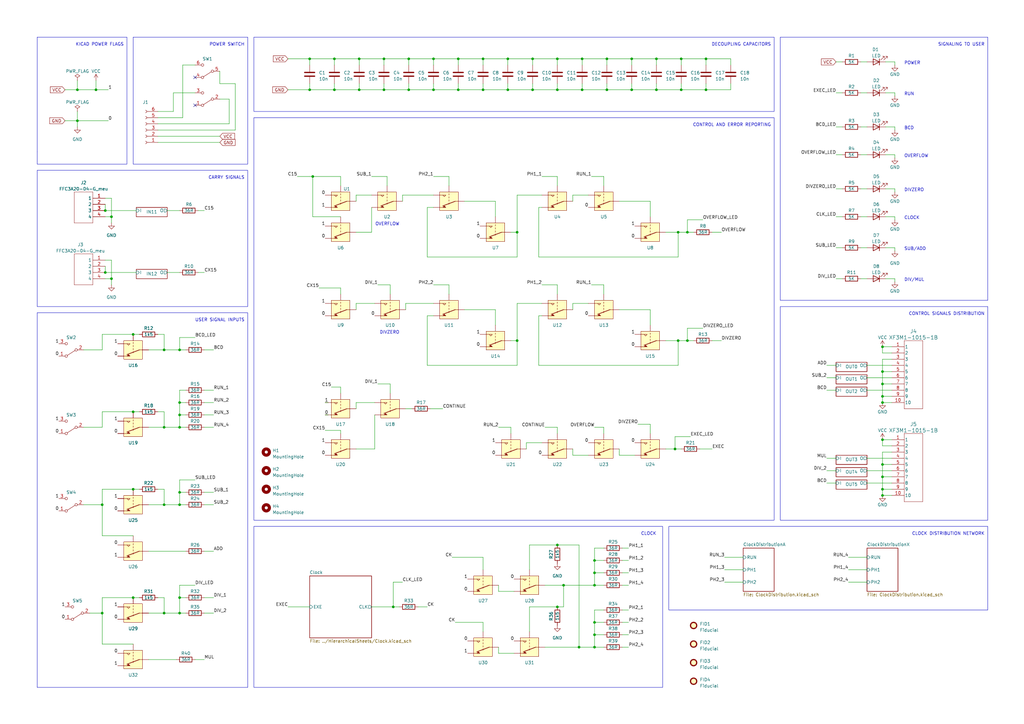
<source format=kicad_sch>
(kicad_sch (version 20230121) (generator eeschema)
  (paper "A3")
  (title_block (title "GCALC"))
  (junction (at 177.8 36.83))
  (junction (at 243.84 260.35))
  (junction (at 361.95 162.56))
  (junction (at 276.86 184.15))
  (junction (at 54.61 168.91))
  (junction (at 137.16 36.83))
  (junction (at 248.92 24.13))
  (junction (at 279.4 36.83))
  (junction (at 269.24 24.13))
  (junction (at 147.32 24.13))
  (junction (at 73.66 207.01))
  (junction (at 43.18 111.76))
  (junction (at 67.31 175.26))
  (junction (at 41.91 207.01))
  (junction (at 167.64 36.83))
  (junction (at 73.66 165.1))
  (junction (at 177.8 24.13))
  (junction (at 279.4 24.13))
  (junction (at 243.84 240.03))
  (junction (at 127 36.83))
  (junction (at 198.12 24.13))
  (junction (at 361.95 190.5))
  (junction (at 243.84 229.87))
  (junction (at 289.56 24.13))
  (junction (at 212.09 139.7))
  (junction (at 73.66 251.46))
  (junction (at 73.66 143.51))
  (junction (at 45.72 114.3))
  (junction (at 212.09 95.25))
  (junction (at 73.66 201.93))
  (junction (at 54.61 245.11))
  (junction (at 259.08 36.83))
  (junction (at 41.91 251.46))
  (junction (at 361.95 157.48))
  (junction (at 218.44 36.83))
  (junction (at 167.64 24.13))
  (junction (at 54.61 137.16))
  (junction (at 208.28 24.13))
  (junction (at 147.32 36.83))
  (junction (at 39.37 36.83))
  (junction (at 243.84 234.95))
  (junction (at 278.13 95.25))
  (junction (at 248.92 36.83))
  (junction (at 361.95 195.58))
  (junction (at 361.95 180.34))
  (junction (at 31.75 49.53))
  (junction (at 228.6 24.13))
  (junction (at 237.49 265.43))
  (junction (at 208.28 36.83))
  (junction (at 161.29 248.92))
  (junction (at 127 24.13))
  (junction (at 228.6 248.92))
  (junction (at 31.75 36.83))
  (junction (at 238.76 24.13))
  (junction (at 128.27 72.39))
  (junction (at 54.61 200.66))
  (junction (at 269.24 36.83))
  (junction (at 218.44 24.13))
  (junction (at 67.31 207.01))
  (junction (at 187.96 36.83))
  (junction (at 289.56 36.83))
  (junction (at 259.08 24.13))
  (junction (at 361.95 165.1))
  (junction (at 67.31 251.46))
  (junction (at 67.31 143.51))
  (junction (at 361.95 142.24))
  (junction (at 228.6 36.83))
  (junction (at 137.16 24.13))
  (junction (at 157.48 36.83))
  (junction (at 157.48 24.13))
  (junction (at 198.12 36.83))
  (junction (at 281.94 95.25))
  (junction (at 187.96 24.13))
  (junction (at 361.95 203.2))
  (junction (at 231.14 240.03))
  (junction (at 73.66 175.26))
  (junction (at 73.66 245.11))
  (junction (at 361.95 200.66))
  (junction (at 278.13 139.7))
  (junction (at 361.95 152.4))
  (junction (at 243.84 265.43))
  (junction (at 45.72 88.9))
  (junction (at 43.18 86.36))
  (junction (at 228.6 223.52))
  (junction (at 238.76 36.83))
  (junction (at 281.94 139.7))
  (junction (at 243.84 255.27))
  (junction (at 73.66 170.18))
  (no_connect (at 80.01 43.18))
  (no_connect (at 80.01 31.75))
  (wire (pts (xy 130.81 118.11) (xy 139.7 118.11)))
  (wire (pts (xy 254 186.69) (xy 260.35 186.69)))
  (wire (pts (xy 57.15 168.91) (xy 54.61 168.91)))
  (wire (pts (xy 166.37 124.46) (xy 166.37 127)))
  (wire (pts (xy 269.24 36.83) (xy 279.4 36.83)))
  (wire (pts (xy 257.81 240.03) (xy 255.27 240.03)))
  (wire (pts (xy 347.98 228.6) (xy 355.6 228.6)))
  (wire (pts (xy 223.52 175.26) (xy 228.6 175.26)))
  (wire (pts (xy 39.37 36.83) (xy 44.45 36.83)))
  (wire (pts (xy 266.7 173.99) (xy 266.7 177.8)))
  (wire (pts (xy 137.16 24.13) (xy 137.16 26.67)))
  (wire (pts (xy 365.76 187.96) (xy 355.6 187.96)))
  (wire (pts (xy 367.03 26.67) (xy 367.03 25.4)))
  (wire (pts (xy 127 24.13) (xy 127 26.67)))
  (wire (pts (xy 165.1 238.76) (xy 161.29 238.76)))
  (wire (pts (xy 281.94 90.17) (xy 281.94 95.25)))
  (wire (pts (xy 342.9 52.07) (xy 345.44 52.07)))
  (wire (pts (xy 367.03 114.3) (xy 367.03 115.57)))
  (wire (pts (xy 43.18 81.28) (xy 45.72 81.28)))
  (wire (pts (xy 139.7 72.39) (xy 139.7 76.2)))
  (wire (pts (xy 222.25 72.39) (xy 228.6 72.39)))
  (wire (pts (xy 255.27 229.87) (xy 257.81 229.87)))
  (wire (pts (xy 353.06 88.9) (xy 355.6 88.9)))
  (wire (pts (xy 208.28 24.13) (xy 208.28 26.67)))
  (wire (pts (xy 204.47 265.43) (xy 204.47 267.97)))
  (wire (pts (xy 34.29 175.26) (xy 41.91 175.26)))
  (wire (pts (xy 259.08 24.13) (xy 269.24 24.13)))
  (wire (pts (xy 266.7 127) (xy 266.7 133.35)))
  (wire (pts (xy 45.72 88.9) (xy 45.72 91.44)))
  (wire (pts (xy 45.72 88.9) (xy 43.18 88.9)))
  (wire (pts (xy 269.24 24.13) (xy 279.4 24.13)))
  (wire (pts (xy 67.31 251.46) (xy 60.96 251.46)))
  (wire (pts (xy 73.66 196.85) (xy 73.66 201.93)))
  (wire (pts (xy 361.95 157.48) (xy 361.95 162.56)))
  (wire (pts (xy 247.65 260.35) (xy 243.84 260.35)))
  (wire (pts (xy 31.75 33.02) (xy 31.75 36.83)))
  (wire (pts (xy 212.09 149.86) (xy 175.26 149.86)))
  (wire (pts (xy 68.58 86.36) (xy 73.66 86.36)))
  (wire (pts (xy 289.56 36.83) (xy 299.72 36.83)))
  (wire (pts (xy 80.01 240.03) (xy 73.66 240.03)))
  (wire (pts (xy 247.65 116.84) (xy 242.57 116.84)))
  (wire (pts (xy 41.91 200.66) (xy 54.61 200.66)))
  (wire (pts (xy 67.31 245.11) (xy 67.31 251.46)))
  (wire (pts (xy 212.09 124.46) (xy 222.25 124.46)))
  (wire (pts (xy 64.77 45.72) (xy 71.12 45.72)))
  (wire (pts (xy 215.9 181.61) (xy 222.25 181.61)))
  (wire (pts (xy 365.76 149.86) (xy 355.6 149.86)))
  (wire (pts (xy 279.4 36.83) (xy 289.56 36.83)))
  (wire (pts (xy 147.32 36.83) (xy 147.32 34.29)))
  (wire (pts (xy 74.93 26.67) (xy 80.01 26.67)))
  (wire (pts (xy 31.75 45.72) (xy 31.75 49.53)))
  (wire (pts (xy 146.05 124.46) (xy 146.05 127)))
  (wire (pts (xy 73.66 143.51) (xy 67.31 143.51)))
  (wire (pts (xy 243.84 250.19) (xy 247.65 250.19)))
  (wire (pts (xy 43.18 86.36) (xy 55.88 86.36)))
  (wire (pts (xy 353.06 77.47) (xy 355.6 77.47)))
  (wire (pts (xy 87.63 207.01) (xy 83.82 207.01)))
  (wire (pts (xy 367.03 114.3) (xy 363.22 114.3)))
  (wire (pts (xy 217.17 248.92) (xy 217.17 259.08)))
  (wire (pts (xy 76.2 207.01) (xy 73.66 207.01)))
  (wire (pts (xy 177.8 24.13) (xy 177.8 26.67)))
  (wire (pts (xy 68.58 111.76) (xy 73.66 111.76)))
  (wire (pts (xy 342.9 154.94) (xy 339.09 154.94)))
  (wire (pts (xy 43.18 83.82) (xy 43.18 86.36)))
  (wire (pts (xy 365.76 182.88) (xy 361.95 182.88)))
  (wire (pts (xy 186.69 255.27) (xy 198.12 255.27)))
  (wire (pts (xy 243.84 234.95) (xy 247.65 234.95)))
  (wire (pts (xy 261.62 173.99) (xy 266.7 173.99)))
  (wire (pts (xy 204.47 240.03) (xy 204.47 242.57)))
  (wire (pts (xy 365.76 144.78) (xy 361.95 144.78)))
  (wire (pts (xy 254 82.55) (xy 266.7 82.55)))
  (wire (pts (xy 80.01 196.85) (xy 73.66 196.85)))
  (wire (pts (xy 367.03 78.74) (xy 367.03 77.47)))
  (wire (pts (xy 54.61 245.11) (xy 57.15 245.11)))
  (wire (pts (xy 269.24 36.83) (xy 269.24 34.29)))
  (wire (pts (xy 161.29 248.92) (xy 163.83 248.92)))
  (wire (pts (xy 365.76 162.56) (xy 361.95 162.56)))
  (wire (pts (xy 342.9 77.47) (xy 345.44 77.47)))
  (wire (pts (xy 64.77 48.26) (xy 74.93 48.26)))
  (wire (pts (xy 87.63 160.02) (xy 83.82 160.02)))
  (wire (pts (xy 299.72 36.83) (xy 299.72 34.29)))
  (wire (pts (xy 365.76 147.32) (xy 361.95 147.32)))
  (wire (pts (xy 165.1 82.55) (xy 165.1 80.01)))
  (wire (pts (xy 281.94 95.25) (xy 284.48 95.25)))
  (wire (pts (xy 259.08 24.13) (xy 259.08 26.67)))
  (wire (pts (xy 248.92 24.13) (xy 259.08 24.13)))
  (wire (pts (xy 259.08 36.83) (xy 269.24 36.83)))
  (wire (pts (xy 292.1 139.7) (xy 295.91 139.7)))
  (wire (pts (xy 297.18 233.68) (xy 304.8 233.68)))
  (wire (pts (xy 228.6 175.26) (xy 228.6 177.8)))
  (wire (pts (xy 367.03 64.77) (xy 367.03 63.5)))
  (wire (pts (xy 167.64 24.13) (xy 167.64 26.67)))
  (wire (pts (xy 228.6 24.13) (xy 228.6 26.67)))
  (wire (pts (xy 161.29 238.76) (xy 161.29 248.92)))
  (wire (pts (xy 167.64 36.83) (xy 167.64 34.29)))
  (wire (pts (xy 167.64 36.83) (xy 177.8 36.83)))
  (wire (pts (xy 187.96 36.83) (xy 198.12 36.83)))
  (wire (pts (xy 187.96 36.83) (xy 187.96 34.29)))
  (wire (pts (xy 361.95 195.58) (xy 361.95 200.66)))
  (wire (pts (xy 87.63 165.1) (xy 83.82 165.1)))
  (wire (pts (xy 342.9 149.86) (xy 339.09 149.86)))
  (wire (pts (xy 266.7 82.55) (xy 266.7 88.9)))
  (wire (pts (xy 90.17 34.29) (xy 90.17 29.21)))
  (wire (pts (xy 76.2 245.11) (xy 73.66 245.11)))
  (wire (pts (xy 228.6 36.83) (xy 228.6 34.29)))
  (wire (pts (xy 283.21 179.07) (xy 276.86 179.07)))
  (wire (pts (xy 217.17 223.52) (xy 217.17 233.68)))
  (wire (pts (xy 218.44 24.13) (xy 228.6 24.13)))
  (wire (pts (xy 177.8 36.83) (xy 187.96 36.83)))
  (wire (pts (xy 342.9 88.9) (xy 345.44 88.9)))
  (wire (pts (xy 367.03 53.34) (xy 367.03 52.07)))
  (wire (pts (xy 218.44 36.83) (xy 218.44 34.29)))
  (wire (pts (xy 36.83 251.46) (xy 41.91 251.46)))
  (wire (pts (xy 342.9 114.3) (xy 345.44 114.3)))
  (wire (pts (xy 353.06 38.1) (xy 355.6 38.1)))
  (wire (pts (xy 41.91 137.16) (xy 54.61 137.16)))
  (wire (pts (xy 41.91 207.01) (xy 41.91 219.71)))
  (wire (pts (xy 365.76 180.34) (xy 361.95 180.34)))
  (wire (pts (xy 247.65 116.84) (xy 247.65 120.65)))
  (wire (pts (xy 76.2 170.18) (xy 73.66 170.18)))
  (wire (pts (xy 73.66 170.18) (xy 73.66 175.26)))
  (wire (pts (xy 87.63 175.26) (xy 83.82 175.26)))
  (wire (pts (xy 71.12 45.72) (xy 71.12 38.1)))
  (wire (pts (xy 365.76 160.02) (xy 355.6 160.02)))
  (wire (pts (xy 209.55 95.25) (xy 212.09 95.25)))
  (wire (pts (xy 87.63 170.18) (xy 83.82 170.18)))
  (wire (pts (xy 365.76 185.42) (xy 361.95 185.42)))
  (wire (pts (xy 31.75 49.53) (xy 44.45 49.53)))
  (wire (pts (xy 367.03 38.1) (xy 363.22 38.1)))
  (wire (pts (xy 198.12 228.6) (xy 198.12 233.68)))
  (wire (pts (xy 41.91 264.16) (xy 41.91 251.46)))
  (wire (pts (xy 255.27 250.19) (xy 257.81 250.19)))
  (wire (pts (xy 231.14 240.03) (xy 243.84 240.03)))
  (wire (pts (xy 238.76 36.83) (xy 248.92 36.83)))
  (wire (pts (xy 43.18 109.22) (xy 43.18 111.76)))
  (wire (pts (xy 165.1 80.01) (xy 177.8 80.01)))
  (wire (pts (xy 146.05 184.15) (xy 153.67 184.15)))
  (wire (pts (xy 208.28 36.83) (xy 218.44 36.83)))
  (wire (pts (xy 248.92 36.83) (xy 259.08 36.83)))
  (wire (pts (xy 45.72 81.28) (xy 45.72 88.9)))
  (wire (pts (xy 146.05 124.46) (xy 153.67 124.46)))
  (wire (pts (xy 218.44 24.13) (xy 218.44 26.67)))
  (wire (pts (xy 276.86 179.07) (xy 276.86 184.15)))
  (wire (pts (xy 54.61 264.16) (xy 41.91 264.16)))
  (wire (pts (xy 34.29 143.51) (xy 41.91 143.51)))
  (wire (pts (xy 147.32 36.83) (xy 157.48 36.83)))
  (wire (pts (xy 342.9 193.04) (xy 339.09 193.04)))
  (wire (pts (xy 342.9 25.4) (xy 345.44 25.4)))
  (wire (pts (xy 146.05 82.55) (xy 146.05 80.01)))
  (wire (pts (xy 177.8 72.39) (xy 184.15 72.39)))
  (wire (pts (xy 209.55 139.7) (xy 212.09 139.7)))
  (wire (pts (xy 220.98 149.86) (xy 220.98 129.54)))
  (wire (pts (xy 288.29 134.62) (xy 281.94 134.62)))
  (wire (pts (xy 73.66 165.1) (xy 73.66 170.18)))
  (wire (pts (xy 342.9 198.12) (xy 339.09 198.12)))
  (wire (pts (xy 208.28 24.13) (xy 218.44 24.13)))
  (wire (pts (xy 128.27 88.9) (xy 128.27 72.39)))
  (wire (pts (xy 45.72 114.3) (xy 43.18 114.3)))
  (wire (pts (xy 257.81 234.95) (xy 255.27 234.95)))
  (wire (pts (xy 76.2 251.46) (xy 73.66 251.46)))
  (wire (pts (xy 273.05 184.15) (xy 276.86 184.15)))
  (wire (pts (xy 73.66 251.46) (xy 67.31 251.46)))
  (wire (pts (xy 361.95 147.32) (xy 361.95 152.4)))
  (wire (pts (xy 153.67 184.15) (xy 153.67 170.18)))
  (wire (pts (xy 177.8 116.84) (xy 184.15 116.84)))
  (wire (pts (xy 365.76 157.48) (xy 361.95 157.48)))
  (wire (pts (xy 87.63 143.51) (xy 83.82 143.51)))
  (wire (pts (xy 67.31 168.91) (xy 67.31 175.26)))
  (wire (pts (xy 347.98 233.68) (xy 355.6 233.68)))
  (wire (pts (xy 247.65 175.26) (xy 247.65 177.8)))
  (wire (pts (xy 93.98 40.64) (xy 93.98 50.8)))
  (wire (pts (xy 279.4 24.13) (xy 279.4 26.67)))
  (wire (pts (xy 234.95 82.55) (xy 234.95 80.01)))
  (wire (pts (xy 184.15 116.84) (xy 184.15 120.65)))
  (wire (pts (xy 64.77 58.42) (xy 90.17 58.42)))
  (wire (pts (xy 73.66 201.93) (xy 73.66 207.01)))
  (wire (pts (xy 228.6 36.83) (xy 238.76 36.83)))
  (wire (pts (xy 139.7 176.53) (xy 139.7 177.8)))
  (wire (pts (xy 137.16 36.83) (xy 137.16 34.29)))
  (wire (pts (xy 127 36.83) (xy 127 34.29)))
  (wire (pts (xy 73.66 138.43) (xy 73.66 143.51)))
  (wire (pts (xy 67.31 137.16) (xy 64.77 137.16)))
  (wire (pts (xy 367.03 77.47) (xy 363.22 77.47)))
  (wire (pts (xy 187.96 24.13) (xy 198.12 24.13)))
  (wire (pts (xy 175.26 129.54) (xy 175.26 149.86)))
  (wire (pts (xy 67.31 143.51) (xy 60.96 143.51)))
  (wire (pts (xy 60.96 207.01) (xy 67.31 207.01)))
  (wire (pts (xy 223.52 265.43) (xy 237.49 265.43)))
  (wire (pts (xy 367.03 90.17) (xy 367.03 88.9)))
  (wire (pts (xy 365.76 193.04) (xy 355.6 193.04)))
  (wire (pts (xy 167.64 24.13) (xy 177.8 24.13)))
  (wire (pts (xy 204.47 242.57) (xy 210.82 242.57)))
  (wire (pts (xy 254 184.15) (xy 254 186.69)))
  (wire (pts (xy 76.2 226.06) (xy 60.96 226.06)))
  (wire (pts (xy 255.27 255.27) (xy 257.81 255.27)))
  (wire (pts (xy 365.76 203.2) (xy 361.95 203.2)))
  (wire (pts (xy 248.92 24.13) (xy 248.92 26.67)))
  (wire (pts (xy 177.8 129.54) (xy 175.26 129.54)))
  (wire (pts (xy 297.18 228.6) (xy 304.8 228.6)))
  (wire (pts (xy 287.02 184.15) (xy 292.1 184.15)))
  (wire (pts (xy 269.24 24.13) (xy 269.24 26.67)))
  (wire (pts (xy 83.82 270.51) (xy 80.01 270.51)))
  (wire (pts (xy 73.66 240.03) (xy 73.66 245.11)))
  (wire (pts (xy 217.17 248.92) (xy 228.6 248.92)))
  (wire (pts (xy 198.12 36.83) (xy 208.28 36.83)))
  (wire (pts (xy 133.35 165.1) (xy 134.62 165.1)))
  (wire (pts (xy 367.03 101.6) (xy 367.03 102.87)))
  (wire (pts (xy 185.42 228.6) (xy 198.12 228.6)))
  (wire (pts (xy 299.72 24.13) (xy 299.72 26.67)))
  (wire (pts (xy 220.98 129.54) (xy 222.25 129.54)))
  (wire (pts (xy 365.76 200.66) (xy 361.95 200.66)))
  (wire (pts (xy 41.91 168.91) (xy 54.61 168.91)))
  (wire (pts (xy 26.67 49.53) (xy 31.75 49.53)))
  (wire (pts (xy 289.56 36.83) (xy 289.56 34.29)))
  (wire (pts (xy 237.49 223.52) (xy 237.49 265.43)))
  (wire (pts (xy 64.77 53.34) (xy 96.52 53.34)))
  (wire (pts (xy 212.09 80.01) (xy 222.25 80.01)))
  (wire (pts (xy 243.84 260.35) (xy 243.84 265.43)))
  (wire (pts (xy 278.13 149.86) (xy 220.98 149.86)))
  (wire (pts (xy 238.76 24.13) (xy 248.92 24.13)))
  (wire (pts (xy 365.76 198.12) (xy 355.6 198.12)))
  (wire (pts (xy 361.95 182.88) (xy 361.95 180.34)))
  (wire (pts (xy 254 127) (xy 266.7 127)))
  (wire (pts (xy 279.4 36.83) (xy 279.4 34.29)))
  (wire (pts (xy 177.8 36.83) (xy 177.8 34.29)))
  (wire (pts (xy 353.06 114.3) (xy 355.6 114.3)))
  (wire (pts (xy 288.29 90.17) (xy 281.94 90.17)))
  (wire (pts (xy 93.98 40.64) (xy 90.17 40.64)))
  (wire (pts (xy 54.61 200.66) (xy 57.15 200.66)))
  (wire (pts (xy 127 36.83) (xy 137.16 36.83)))
  (wire (pts (xy 184.15 72.39) (xy 184.15 76.2)))
  (wire (pts (xy 353.06 63.5) (xy 355.6 63.5)))
  (wire (pts (xy 171.45 248.92) (xy 175.26 248.92)))
  (wire (pts (xy 278.13 95.25) (xy 278.13 105.41)))
  (wire (pts (xy 152.4 248.92) (xy 161.29 248.92)))
  (wire (pts (xy 367.03 52.07) (xy 363.22 52.07)))
  (wire (pts (xy 67.31 200.66) (xy 67.31 207.01)))
  (wire (pts (xy 139.7 118.11) (xy 139.7 120.65)))
  (wire (pts (xy 67.31 175.26) (xy 60.96 175.26)))
  (wire (pts (xy 73.66 201.93) (xy 76.2 201.93)))
  (wire (pts (xy 31.75 49.53) (xy 31.75 52.07)))
  (wire (pts (xy 243.84 229.87) (xy 247.65 229.87)))
  (wire (pts (xy 234.95 186.69) (xy 241.3 186.69)))
  (wire (pts (xy 289.56 24.13) (xy 299.72 24.13)))
  (wire (pts (xy 152.4 72.39) (xy 158.75 72.39)))
  (wire (pts (xy 73.66 160.02) (xy 73.66 165.1)))
  (wire (pts (xy 278.13 139.7) (xy 278.13 149.86)))
  (wire (pts (xy 81.28 111.76) (xy 83.82 111.76)))
  (wire (pts (xy 76.2 175.26) (xy 73.66 175.26)))
  (wire (pts (xy 259.08 36.83) (xy 259.08 34.29)))
  (wire (pts (xy 146.05 165.1) (xy 153.67 165.1)))
  (wire (pts (xy 276.86 184.15) (xy 279.4 184.15)))
  (wire (pts (xy 81.28 86.36) (xy 83.82 86.36)))
  (wire (pts (xy 237.49 265.43) (xy 243.84 265.43)))
  (wire (pts (xy 247.65 72.39) (xy 242.57 72.39)))
  (wire (pts (xy 278.13 95.25) (xy 281.94 95.25)))
  (wire (pts (xy 139.7 88.9) (xy 128.27 88.9)))
  (wire (pts (xy 157.48 36.83) (xy 167.64 36.83)))
  (wire (pts (xy 365.76 165.1) (xy 361.95 165.1)))
  (wire (pts (xy 76.2 165.1) (xy 73.66 165.1)))
  (wire (pts (xy 278.13 105.41) (xy 220.98 105.41)))
  (wire (pts (xy 361.95 190.5) (xy 361.95 195.58)))
  (wire (pts (xy 158.75 72.39) (xy 158.75 76.2)))
  (wire (pts (xy 166.37 167.64) (xy 168.91 167.64)))
  (wire (pts (xy 198.12 36.83) (xy 198.12 34.29)))
  (wire (pts (xy 198.12 24.13) (xy 198.12 26.67)))
  (wire (pts (xy 39.37 36.83) (xy 39.37 33.02)))
  (wire (pts (xy 177.8 85.09) (xy 175.26 85.09)))
  (wire (pts (xy 160.02 116.84) (xy 160.02 120.65)))
  (wire (pts (xy 257.81 265.43) (xy 255.27 265.43)))
  (wire (pts (xy 118.11 248.92) (xy 127 248.92)))
  (wire (pts (xy 243.84 229.87) (xy 243.84 234.95)))
  (wire (pts (xy 34.29 207.01) (xy 41.91 207.01)))
  (wire (pts (xy 228.6 223.52) (xy 237.49 223.52)))
  (wire (pts (xy 41.91 245.11) (xy 54.61 245.11)))
  (wire (pts (xy 203.2 82.55) (xy 203.2 88.9)))
  (wire (pts (xy 289.56 24.13) (xy 289.56 26.67)))
  (wire (pts (xy 80.01 138.43) (xy 73.66 138.43)))
  (wire (pts (xy 217.17 223.52) (xy 228.6 223.52)))
  (wire (pts (xy 157.48 36.83) (xy 157.48 34.29)))
  (wire (pts (xy 297.18 238.76) (xy 304.8 238.76)))
  (wire (pts (xy 147.32 24.13) (xy 147.32 26.67)))
  (wire (pts (xy 67.31 175.26) (xy 73.66 175.26)))
  (wire (pts (xy 45.72 114.3) (xy 45.72 116.84)))
  (wire (pts (xy 273.05 95.25) (xy 278.13 95.25)))
  (wire (pts (xy 281.94 139.7) (xy 284.48 139.7)))
  (wire (pts (xy 204.47 267.97) (xy 210.82 267.97)))
  (wire (pts (xy 353.06 101.6) (xy 355.6 101.6)))
  (wire (pts (xy 212.09 139.7) (xy 212.09 149.86)))
  (wire (pts (xy 154.94 157.48) (xy 160.02 157.48)))
  (wire (pts (xy 247.65 72.39) (xy 247.65 76.2)))
  (wire (pts (xy 67.31 168.91) (xy 64.77 168.91)))
  (wire (pts (xy 64.77 55.88) (xy 90.17 55.88)))
  (wire (pts (xy 154.94 116.84) (xy 160.02 116.84)))
  (wire (pts (xy 147.32 24.13) (xy 157.48 24.13)))
  (wire (pts (xy 31.75 36.83) (xy 39.37 36.83)))
  (wire (pts (xy 365.76 142.24) (xy 361.95 142.24)))
  (wire (pts (xy 133.35 170.18) (xy 134.62 170.18)))
  (wire (pts (xy 243.84 240.03) (xy 247.65 240.03)))
  (wire (pts (xy 43.18 106.68) (xy 45.72 106.68)))
  (wire (pts (xy 175.26 85.09) (xy 175.26 105.41)))
  (wire (pts (xy 41.91 143.51) (xy 41.91 137.16)))
  (wire (pts (xy 248.92 36.83) (xy 248.92 34.29)))
  (wire (pts (xy 204.47 175.26) (xy 209.55 175.26)))
  (wire (pts (xy 279.4 24.13) (xy 289.56 24.13)))
  (wire (pts (xy 257.81 260.35) (xy 255.27 260.35)))
  (wire (pts (xy 187.96 24.13) (xy 187.96 26.67)))
  (wire (pts (xy 198.12 24.13) (xy 208.28 24.13)))
  (wire (pts (xy 41.91 251.46) (xy 41.91 245.11)))
  (wire (pts (xy 157.48 24.13) (xy 167.64 24.13)))
  (wire (pts (xy 26.67 36.83) (xy 31.75 36.83)))
  (wire (pts (xy 212.09 124.46) (xy 212.09 139.7)))
  (wire (pts (xy 234.95 184.15) (xy 234.95 186.69)))
  (wire (pts (xy 190.5 82.55) (xy 203.2 82.55)))
  (wire (pts (xy 347.98 238.76) (xy 355.6 238.76)))
  (wire (pts (xy 57.15 137.16) (xy 54.61 137.16)))
  (wire (pts (xy 361.95 144.78) (xy 361.95 142.24)))
  (wire (pts (xy 43.18 111.76) (xy 55.88 111.76)))
  (wire (pts (xy 118.11 24.13) (xy 127 24.13)))
  (wire (pts (xy 64.77 245.11) (xy 67.31 245.11)))
  (wire (pts (xy 118.11 36.83) (xy 127 36.83)))
  (wire (pts (xy 208.28 36.83) (xy 208.28 34.29)))
  (wire (pts (xy 54.61 219.71) (xy 41.91 219.71)))
  (wire (pts (xy 133.35 176.53) (xy 139.7 176.53)))
  (wire (pts (xy 223.52 240.03) (xy 231.14 240.03)))
  (wire (pts (xy 243.84 224.79) (xy 247.65 224.79)))
  (wire (pts (xy 67.31 137.16) (xy 67.31 143.51)))
  (wire (pts (xy 45.72 106.68) (xy 45.72 114.3)))
  (wire (pts (xy 157.48 24.13) (xy 157.48 26.67)))
  (wire (pts (xy 243.84 255.27) (xy 247.65 255.27)))
  (wire (pts (xy 365.76 195.58) (xy 361.95 195.58)))
  (wire (pts (xy 228.6 116.84) (xy 228.6 120.65)))
  (wire (pts (xy 177.8 24.13) (xy 187.96 24.13)))
  (wire (pts (xy 166.37 124.46) (xy 177.8 124.46)))
  (wire (pts (xy 234.95 80.01) (xy 241.3 80.01)))
  (wire (pts (xy 292.1 95.25) (xy 295.91 95.25)))
  (wire (pts (xy 146.05 80.01) (xy 152.4 80.01)))
  (wire (pts (xy 278.13 139.7) (xy 281.94 139.7)))
  (wire (pts (xy 87.63 201.93) (xy 83.82 201.93)))
  (wire (pts (xy 255.27 224.79) (xy 257.81 224.79)))
  (wire (pts (xy 243.84 224.79) (xy 243.84 229.87)))
  (wire (pts (xy 342.9 187.96) (xy 339.09 187.96)))
  (wire (pts (xy 203.2 127) (xy 203.2 133.35)))
  (wire (pts (xy 234.95 127) (xy 234.95 124.46)))
  (wire (pts (xy 41.91 175.26) (xy 41.91 168.91)))
  (wire (pts (xy 353.06 52.07) (xy 355.6 52.07)))
  (wire (pts (xy 342.9 160.02) (xy 339.09 160.02)))
  (wire (pts (xy 228.6 24.13) (xy 238.76 24.13)))
  (wire (pts (xy 222.25 116.84) (xy 228.6 116.84)))
  (wire (pts (xy 215.9 181.61) (xy 215.9 184.15)))
  (wire (pts (xy 212.09 105.41) (xy 175.26 105.41)))
  (wire (pts (xy 152.4 95.25) (xy 146.05 95.25)))
  (wire (pts (xy 160.02 157.48) (xy 160.02 161.29)))
  (wire (pts (xy 367.03 88.9) (xy 363.22 88.9)))
  (wire (pts (xy 41.91 207.01) (xy 41.91 200.66)))
  (wire (pts (xy 243.84 255.27) (xy 243.84 260.35)))
  (wire (pts (xy 74.93 48.26) (xy 74.93 26.67)))
  (wire (pts (xy 176.53 167.64) (xy 181.61 167.64)))
  (wire (pts (xy 87.63 251.46) (xy 83.82 251.46)))
  (wire (pts (xy 342.9 63.5) (xy 345.44 63.5)))
  (wire (pts (xy 87.63 245.11) (xy 83.82 245.11)))
  (wire (pts (xy 76.2 143.51) (xy 73.66 143.51)))
  (wire (pts (xy 365.76 152.4) (xy 361.95 152.4)))
  (wire (pts (xy 137.16 24.13) (xy 147.32 24.13)))
  (wire (pts (xy 367.03 39.37) (xy 367.03 38.1)))
  (wire (pts (xy 243.84 265.43) (xy 247.65 265.43)))
  (wire (pts (xy 71.12 38.1) (xy 80.01 38.1)))
  (wire (pts (xy 243.84 234.95) (xy 243.84 240.03)))
  (wire (pts (xy 139.7 158.75) (xy 139.7 161.29)))
  (wire (pts (xy 96.52 53.34) (xy 96.52 34.29)))
  (wire (pts (xy 139.7 158.75) (xy 135.89 158.75)))
  (wire (pts (xy 121.92 72.39) (xy 128.27 72.39)))
  (wire (pts (xy 152.4 95.25) (xy 152.4 85.09)))
  (wire (pts (xy 137.16 36.83) (xy 147.32 36.83)))
  (wire (pts (xy 361.95 200.66) (xy 361.95 203.2)))
  (wire (pts (xy 146.05 167.64) (xy 146.05 165.1)))
  (wire (pts (xy 87.63 226.06) (xy 83.82 226.06)))
  (wire (pts (xy 367.03 101.6) (xy 363.22 101.6)))
  (wire (pts (xy 198.12 259.08) (xy 198.12 255.27)))
  (wire (pts (xy 238.76 36.83) (xy 238.76 34.29)))
  (wire (pts (xy 281.94 134.62) (xy 281.94 139.7)))
  (wire (pts (xy 342.9 101.6) (xy 345.44 101.6)))
  (wire (pts (xy 64.77 200.66) (xy 67.31 200.66)))
  (wire (pts (xy 127 24.13) (xy 137.16 24.13)))
  (wire (pts (xy 365.76 154.94) (xy 355.6 154.94)))
  (wire (pts (xy 361.95 162.56) (xy 361.95 165.1)))
  (wire (pts (xy 128.27 72.39) (xy 139.7 72.39)))
  (wire (pts (xy 231.14 248.92) (xy 231.14 240.03)))
  (wire (pts (xy 243.84 250.19) (xy 243.84 255.27)))
  (polyline (pts (xy 15.24 62.23) (xy 15.24 62.23)))
  (wire (pts (xy 228.6 72.39) (xy 228.6 76.2)))
  (wire (pts (xy 64.77 50.8) (xy 93.98 50.8)))
  (wire (pts (xy 73.66 245.11) (xy 73.66 251.46)))
  (wire (pts (xy 367.03 63.5) (xy 363.22 63.5)))
  (wire (pts (xy 212.09 95.25) (xy 212.09 105.41)))
  (wire (pts (xy 190.5 127) (xy 203.2 127)))
  (wire (pts (xy 218.44 36.83) (xy 228.6 36.83)))
  (wire (pts (xy 361.95 152.4) (xy 361.95 157.48)))
  (wire (pts (xy 361.95 185.42) (xy 361.95 190.5)))
  (wire (pts (xy 342.9 38.1) (xy 345.44 38.1)))
  (wire (pts (xy 96.52 34.29) (xy 90.17 34.29)))
  (wire (pts (xy 67.31 207.01) (xy 73.66 207.01)))
  (wire (pts (xy 76.2 160.02) (xy 73.66 160.02)))
  (wire (pts (xy 365.76 190.5) (xy 361.95 190.5)))
  (wire (pts (xy 238.76 24.13) (xy 238.76 26.67)))
  (wire (pts (xy 243.84 175.26) (xy 247.65 175.26)))
  (wire (pts (xy 220.98 85.09) (xy 222.25 85.09)))
  (wire (pts (xy 209.55 175.26) (xy 209.55 177.8)))
  (wire (pts (xy 234.95 124.46) (xy 241.3 124.46)))
  (wire (pts (xy 72.39 270.51) (xy 60.96 270.51)))
  (wire (pts (xy 353.06 25.4) (xy 355.6 25.4)))
  (wire (pts (xy 367.03 25.4) (xy 363.22 25.4)))
  (wire (pts (xy 212.09 80.01) (xy 212.09 95.25)))
  (wire (pts (xy 220.98 105.41) (xy 220.98 85.09)))
  (wire (pts (xy 228.6 248.92) (xy 231.14 248.92)))
  (wire (pts (xy 273.05 139.7) (xy 278.13 139.7)))
  (rectangle (start 320.04 15.24) (end 405.13 123.19))
  (rectangle (start 15.24 15.24) (end 52.07 67.31))
  (rectangle (start 104.14 215.9) (end 271.78 281.94))
  (rectangle (start 54.61 15.24) (end 101.6 67.31))
  (rectangle (start 274.32 215.9) (end 405.13 250.19))
  (rectangle (start 104.14 15.24) (end 317.5 45.72))
  (rectangle (start 15.24 69.85) (end 101.6 125.73))
  (rectangle (start 320.04 125.73) (end 405.13 213.36))
  (rectangle (start 15.24 128.27) (end 101.6 281.94))
  (rectangle (start 104.14 48.26) (end 317.5 213.36))
  (text "DECOUPLING CAPACITORS" (at 316.23 19.05 0) (effects (font (size 1.27 1.27)) (justify right bottom)))
  (text "CLOCK" (at 269.24 219.71 0) (effects (font (size 1.27 1.27)) (justify right bottom)))
  (text "CONTROL AND ERROR REPORTING" (at 316.23 52.07 0) (effects (font (size 1.27 1.27)) (justify right bottom)))
  (text "SIGNALING TO USER" (at 403.86 19.05 0) (effects (font (size 1.27 1.27)) (justify right bottom)))
  (text "DIVZERO" (at 163.83 137.16 0) (effects (font (size 1.27 1.27)) (justify right bottom)))
  (text "RUN" (at 370.84 39.37 0) (effects (font (size 1.27 1.27)) (justify left bottom)))
  (text "DIV/MUL" (at 370.84 115.57 0) (effects (font (size 1.27 1.27)) (justify left bottom)))
  (text "CLOCK" (at 370.84 90.17 0) (effects (font (size 1.27 1.27)) (justify left bottom)))
  (text "POWER SWITCH" (at 100.33 19.05 0) (effects (font (size 1.27 1.27)) (justify right bottom)))
  (text "OVERFLOW" (at 163.83 92.71 0) (effects (font (size 1.27 1.27)) (justify right bottom)))
  (text "CLOCK DISTRIBUTION NETWORK" (at 403.86 219.71 0) (effects (font (size 1.27 1.27)) (justify right bottom)))
  (text "BCD" (at 370.84 53.34 0) (effects (font (size 1.27 1.27)) (justify left bottom)))
  (text "CONTROL SIGNALS DISTRIBUTION" (at 403.86 129.54 0) (effects (font (size 1.27 1.27)) (justify right bottom)))
  (text "SUB/ADD" (at 370.84 102.87 0) (effects (font (size 1.27 1.27)) (justify left bottom)))
  (text "DIVZERO" (at 370.84 78.74 0) (effects (font (size 1.27 1.27)) (justify left bottom)))
  (text "CARRY SIGNALS" (at 100.33 73.66 0) (effects (font (size 1.27 1.27)) (justify right bottom)))
  (text "KICAD POWER FLAGS" (at 50.8 19.05 0) (effects (font (size 1.27 1.27)) (justify right bottom)))
  (text "OVERFLOW" (at 370.84 64.77 0) (effects (font (size 1.27 1.27)) (justify left bottom)))
  (text "USER SIGNAL INPUTS" (at 100.33 132.08 0) (effects (font (size 1.27 1.27)) (justify right bottom)))
  (text "POWER" (at 370.84 26.67 0) (effects (font (size 1.27 1.27)) (justify left bottom)))
  (label "C15" (at 83.82 86.36 0))
  (label "0" (at 191.77 242.57 180))
  (label "1" (at 48.26 204.47 180))
  (label "CLK_LED" (at 165.1 238.76 0))
  (label "ADD" (at 87.63 226.06 0))
  (label "0" (at 26.67 254 180))
  (label "CK" (at 185.42 228.6 180))
  (label "OVERFLOW" (at 295.91 95.25 0))
  (label "MUL" (at 83.82 270.51 0))
  (label "PH2_3" (at 257.81 260.35 0))
  (label "0" (at 191.77 262.89 180))
  (label "1" (at 44.45 36.83 0))
  (label "DIVZERO" (at 261.62 173.99 180))
  (label "0" (at 241.3 181.61 180))
  (label "EXEC" (at 118.11 248.92 180))
  (label "CX15" (at 83.82 111.76 0))
  (label "C15" (at 121.92 72.39 180))
  (label "0" (at 222.25 186.69 180))
  (label "BCD_LED" (at 342.9 52.07 180))
  (label "PH2_2" (at 177.8 116.84 180))
  (label "0" (at 24.13 146.05 180))
  (label "BCD_LED" (at 80.01 138.43 0))
  (label "DIVZERO" (at 295.91 139.7 0))
  (label "0" (at 210.82 262.89 180))
  (label "DIV_2" (at 339.09 193.04 180))
  (label "1" (at 48.26 228.6 180))
  (label "SUB_2" (at 87.63 207.01 0))
  (label "MUL" (at 339.09 187.96 180))
  (label "DIVZERO_LED" (at 288.29 134.62 0))
  (label "CK" (at 175.26 248.92 0))
  (label "SUB_LED" (at 342.9 101.6 180))
  (label "PH2_4" (at 347.98 238.76 180))
  (label "1" (at 48.26 248.92 180))
  (label "0" (at 133.35 129.54 180))
  (label "PH1_2" (at 222.25 116.84 180))
  (label "PH2_1" (at 177.8 72.39 180))
  (label "PH1_4" (at 347.98 233.68 180))
  (label "0" (at 24.13 177.8 180))
  (label "DIV_1" (at 87.63 245.11 0))
  (label "0" (at 153.67 129.54 180))
  (label "1" (at 24.13 204.47 180))
  (label "0" (at 260.35 97.79 180))
  (label "1" (at 133.35 181.61 180))
  (label "SUB_LED" (at 80.01 196.85 0))
  (label "RUN_4" (at 347.98 228.6 180))
  (label "1" (at 260.35 137.16 180))
  (label "PH2_2" (at 257.81 255.27 0))
  (label "SUB_2" (at 339.09 154.94 180))
  (label "RUN_3" (at 297.18 228.6 180))
  (label "1" (at 48.26 140.97 180))
  (label "0" (at 210.82 237.49 180))
  (label "DIV_1" (at 154.94 116.84 180))
  (label "0" (at 260.35 181.61 180))
  (label "PH1_3" (at 257.81 234.95 0))
  (label "RUN_3" (at 87.63 170.18 0))
  (label "0" (at 48.26 223.52 180))
  (label "1" (at 24.13 140.97 180))
  (label "0" (at 203.2 186.69 180))
  (label "0" (at 48.26 254 180))
  (label "1" (at 196.85 92.71 180))
  (label "EXEC_LED" (at 342.9 38.1 180))
  (label "BCD" (at 87.63 143.51 0))
  (label "1" (at 133.35 92.71 180))
  (label "0" (at 196.85 142.24 180))
  (label "PH1_1" (at 257.81 224.79 0))
  (label "0" (at 196.85 97.79 180))
  (label "PH1_1" (at 222.25 72.39 180))
  (label "EXEC_LED" (at 283.21 179.07 0))
  (label "0" (at 48.26 209.55 180))
  (label "BCD" (at 339.09 160.02 180))
  (label "PH2_4" (at 257.81 265.43 0))
  (label "0" (at 241.3 129.54 180))
  (label "RUN_2" (at 87.63 165.1 0))
  (label "1" (at 196.85 137.16 180))
  (label "DIV_LED" (at 80.01 240.03 0))
  (label "RUN_1" (at 242.57 72.39 180))
  (label "SUB_1" (at 152.4 72.39 180))
  (label "CLK_LED" (at 342.9 88.9 180))
  (label "RUN_2" (at 204.47 175.26 180))
  (label "PH1_2" (at 257.81 229.87 0))
  (label "BCD" (at 339.09 198.12 180))
  (label "CONTINUE" (at 181.61 167.64 0))
  (label "1" (at 48.26 172.72 180))
  (label "1" (at 24.13 172.72 180))
  (label "0" (at 133.35 186.69 180))
  (label "0" (at 48.26 177.8 180))
  (label "CK" (at 186.69 255.27 180))
  (label "CX15" (at 133.35 176.53 180))
  (label "1" (at 48.26 273.05 180))
  (label "1" (at 26.67 248.92 180))
  (label "DIV_1" (at 154.94 157.48 180))
  (label "DIV_2" (at 87.63 251.46 0))
  (label "0" (at 133.35 97.79 180))
  (label "1" (at 191.77 267.97 180))
  (label "SUB_1" (at 87.63 201.93 0))
  (label "OVERFLOW_LED" (at 288.29 90.17 0))
  (label "1" (at 203.2 181.61 180))
  (label "0" (at 241.3 85.09 180))
  (label "RUN_1" (at 87.63 160.02 0))
  (label "DIV_LED" (at 342.9 114.3 180))
  (label "1" (at 133.35 124.46 180))
  (label "OVERFLOW_LED" (at 342.9 63.5 180))
  (label "CONTINUE" (at 223.52 175.26 180))
  (label "0" (at 134.62 170.18 180))
  (label "ADD" (at 339.09 149.86 180))
  (label "PH2_3" (at 297.18 238.76 180))
  (label "1" (at 134.62 165.1 180))
  (label "0" (at 133.35 80.01 180))
  (label "RUN_1" (at 242.57 116.84 180))
  (label "EXEC" (at 292.1 184.15 0))
  (label "DIVZERO_LED" (at 342.9 77.47 180))
  (label "PH1_3" (at 297.18 233.68 180))
  (label "0" (at 48.26 267.97 180))
  (label "OVERFLOW" (at 243.84 175.26 180))
  (label "1" (at 133.35 85.09 180))
  (label "1" (at 260.35 92.71 180))
  (label "C15" (at 135.89 158.75 180))
  (label "CX15" (at 130.81 118.11 180))
  (label "0" (at 24.13 209.55 180))
  (label "0" (at 48.26 146.05 180))
  (label "PH1_4" (at 257.81 240.03 0))
  (label "0" (at 260.35 142.24 180))
  (label "0" (at 44.45 49.53 0))
  (label "1" (at 191.77 237.49 180))
  (label "RUN_4" (at 87.63 175.26 0))
  (label "PH2_1" (at 257.81 250.19 0))
  (global_label "GND" (shape input) (at 90.17 58.42 0) (property "Intersheetrefs" "${INTERSHEET_REFS}" (effects hide)))
  (global_label "VCC" (shape input) (at 118.11 24.13 180) (property "Intersheetrefs" "${INTERSHEET_REFS}" (effects hide)))
  (global_label "VCC" (shape input) (at 90.17 55.88 0) (property "Intersheetrefs" "${INTERSHEET_REFS}" (effects hide)))
  (global_label "GND" (shape input) (at 118.11 36.83 180) (property "Intersheetrefs" "${INTERSHEET_REFS}" (effects hide)))
  (global_label "GND" (shape input) (at 26.67 49.53 180) (property "Intersheetrefs" "${INTERSHEET_REFS}" (effects hide)))
  (global_label "VCC" (shape input) (at 26.67 36.83 180) (property "Intersheetrefs" "${INTERSHEET_REFS}" (effects hide)))
  (global_label "VCC" (shape input) (at 342.9 25.4 180) (property "Intersheetrefs" "${INTERSHEET_REFS}" (effects hide)))
  (symbol (lib_id "Device:R") (at 80.01 226.06 270) (unit 1)
    (property "Reference" "R26" (at 80.01 223.52 90))
    (property "Value" "36R" (at 80.01 226.06 90))
    (property "Footprint" "Resistor_SMD:R_0603_1608Metric" (effects hide))
  )
  (symbol (lib_id "Device:C") (at 218.44 30.48 0) (unit 1)
    (property "Reference" "C10" (at 222.25 29.845 0) (effects (justify left)))
    (property "Value" "10n" (at 222.25 32.385 0) (effects (justify left)))
    (property "Footprint" "Capacitor_SMD:C_0603_1608Metric" (effects hide))
  )
  (symbol (lib_id "power:VCC") (at 361.95 180.34 0) (mirror y) (unit 1)
    (property "Reference" "#PWR015" (effects hide))
    (property "Value" "VCC" (at 361.95 176.53 0))
  )
  (symbol (lib_id "power:GND") (at 367.03 90.17 0) (unit 1)
    (property "Reference" "#PWR08" (effects hide))
    (property "Value" "GND" (at 367.03 93.98 0))
  )
  (symbol (lib_id "MevaLlibreria:1G3157") (at 217.17 265.43 0) (unit 1)
    (property "Reference" "U31" (at 217.17 271.78 0))
    (property "Value" "1G3157" (effects hide))
    (property "Footprint" "Package_TO_SOT_SMD:SOT-23-6" (effects hide))
    (property "Datasheet" "https://www.ti.com/lit/ds/symlink/sn74lvc1g3157.pdf" (effects hide))
    (property "Sim.Name" "74LVC1G3157" (effects hide))
    (property "Sim.Library" "../SpiceModelsGlobal/AnalogSPDT.txt" (effects hide))
    (property "Sim.Device" "SUBCKT" (effects hide))
    (property "Sim.Pins" "1=1 3=3 4=4 5=5 6=6" (effects hide))
    (property "Manufacturer" "Texas Instruments" (effects hide))
    (property "Part Number" "SN74LVC1G3157DBVR" (effects hide))
  )
  (symbol (lib_id "Device:C") (at 238.76 30.48 0) (unit 1)
    (property "Reference" "C12" (at 242.57 29.845 0) (effects (justify left)))
    (property "Value" "10n" (at 242.57 32.385 0) (effects (justify left)))
    (property "Footprint" "Capacitor_SMD:C_0603_1608Metric" (effects hide))
  )
  (symbol (lib_id "Device:C") (at 299.72 30.48 0) (unit 1)
    (property "Reference" "C18" (at 303.53 29.845 0) (effects (justify left)))
    (property "Value" "10n" (at 303.53 32.385 0) (effects (justify left)))
    (property "Footprint" "Capacitor_SMD:C_0603_1608Metric" (effects hide))
  )
  (symbol (lib_id "Device:R") (at 80.01 175.26 270) (unit 1)
    (property "Reference" "R20" (at 80.01 172.72 90))
    (property "Value" "36R" (at 80.01 175.26 90))
    (property "Footprint" "Resistor_SMD:R_0603_1608Metric" (effects hide))
  )
  (symbol (lib_id "Device:R") (at 77.47 86.36 270) (unit 1)
    (property "Reference" "R6" (at 77.47 83.82 90))
    (property "Value" "36R" (at 77.47 86.36 90))
    (property "Footprint" "Resistor_SMD:R_0603_1608Metric" (effects hide))
  )
  (symbol (lib_id "Device:LED") (at 359.41 38.1 180) (unit 1)
    (property "Reference" "D2" (at 359.41 33.02 0))
    (property "Value" "LED" (at 359.41 35.56 0))
    (property "Footprint" "MevaLlibreriaFootprint:LED_D3.0mm_Centrat" (effects hide))
  )
  (symbol (lib_id "Device:C") (at 187.96 30.48 0) (unit 1)
    (property "Reference" "C7" (at 191.77 29.845 0) (effects (justify left)))
    (property "Value" "10n" (at 191.77 32.385 0) (effects (justify left)))
    (property "Footprint" "Capacitor_SMD:C_0603_1608Metric" (effects hide))
  )
  (symbol (lib_id "Device:LED") (at 359.41 101.6 180) (unit 1)
    (property "Reference" "D7" (at 359.41 96.52 0))
    (property "Value" "LED" (at 359.41 99.06 0))
    (property "Footprint" "MevaLlibreriaFootprint:LED_D3.0mm_Centrat" (effects hide))
  )
  (symbol (lib_id "Device:R") (at 228.6 227.33 0) (unit 1)
    (property "Reference" "R27" (at 226.06 227.33 90))
    (property "Value" "1k5" (at 228.6 227.33 90))
    (property "Footprint" "Resistor_SMD:R_0603_1608Metric" (effects hide))
  )
  (symbol (lib_id "MevaLlibreria:1G3157") (at 228.6 184.15 0) (unit 1)
    (property "Reference" "U22" (at 228.6 190.5 0))
    (property "Value" "1G3157" (effects hide))
    (property "Footprint" "Package_TO_SOT_SMD:SOT-23-6" (effects hide))
    (property "Datasheet" "https://www.ti.com/lit/ds/symlink/sn74lvc1g3157.pdf" (effects hide))
    (property "Sim.Name" "74LVC1G3157" (effects hide))
    (property "Sim.Library" "../SpiceModelsGlobal/AnalogSPDT.txt" (effects hide))
    (property "Sim.Device" "SUBCKT" (effects hide))
    (property "Sim.Pins" "1=1 3=3 4=4 5=5 6=6" (effects hide))
    (property "Manufacturer" "Texas Instruments" (effects hide))
    (property "Part Number" "SN74LVC1G3157DBVR" (effects hide))
  )
  (symbol (lib_id "Device:R") (at 167.64 248.92 270) (unit 1)
    (property "Reference" "R33" (at 167.64 246.38 90))
    (property "Value" "36R" (at 167.64 248.92 90))
    (property "Footprint" "Resistor_SMD:R_0603_1608Metric" (effects hide))
  )
  (symbol (lib_id "Device:R") (at 251.46 234.95 270) (unit 1)
    (property "Reference" "R29" (at 251.46 232.41 90))
    (property "Value" "36R" (at 251.46 234.95 90))
    (property "Footprint" "Resistor_SMD:R_0603_1608Metric" (effects hide))
  )
  (symbol (lib_id "MevaLlibreria:SW_SPDT") (at 29.21 175.26 180) (unit 1)
    (property "Reference" "SW3" (at 29.21 170.18 0))
    (property "Value" "SW_SPDT" (effects hide))
    (property "Footprint" "MevaLlibreriaFootprint:SW_Toggle_SPDT_Vertical_Mini" (effects hide))
  )
  (symbol (lib_id "MevaLlibreria:1G3157") (at 217.17 240.03 0) (unit 1)
    (property "Reference" "U28" (at 217.17 246.38 0))
    (property "Value" "1G3157" (effects hide))
    (property "Footprint" "Package_TO_SOT_SMD:SOT-23-6" (effects hide))
    (property "Datasheet" "https://www.ti.com/lit/ds/symlink/sn74lvc1g3157.pdf" (effects hide))
    (property "Sim.Name" "74LVC1G3157" (effects hide))
    (property "Sim.Library" "../SpiceModelsGlobal/AnalogSPDT.txt" (effects hide))
    (property "Sim.Device" "SUBCKT" (effects hide))
    (property "Sim.Pins" "1=1 3=3 4=4 5=5 6=6" (effects hide))
    (property "Manufacturer" "Texas Instruments" (effects hide))
    (property "Part Number" "SN74LVC1G3157DBVR" (effects hide))
  )
  (symbol (lib_id "Mechanical:MountingHole") (at 109.22 185.42 0) (unit 1)
    (property "Reference" "H1" (at 111.76 184.785 0) (effects (justify left)))
    (property "Value" "MountingHole" (at 111.76 187.325 0) (effects (justify left)))
    (property "Footprint" "MountingHole:MountingHole_3.2mm_M3_DIN965_Pad" (effects hide))
  )
  (symbol (lib_id "Device:R") (at 80.01 160.02 270) (unit 1)
    (property "Reference" "R15" (at 80.01 157.48 90))
    (property "Value" "36R" (at 80.01 160.02 90))
    (property "Footprint" "Resistor_SMD:R_0603_1608Metric" (effects hide))
  )
  (symbol (lib_id "MevaLlibreria:1G3157") (at 266.7 139.7 0) (unit 1)
    (property "Reference" "U15" (at 266.7 146.05 0))
    (property "Value" "1G3157" (effects hide))
    (property "Footprint" "Package_TO_SOT_SMD:SOT-23-6" (effects hide))
    (property "Datasheet" "https://www.ti.com/lit/ds/symlink/sn74lvc1g3157.pdf" (effects hide))
    (property "Sim.Name" "74LVC1G3157" (effects hide))
    (property "Sim.Library" "../SpiceModelsGlobal/AnalogSPDT.txt" (effects hide))
    (property "Sim.Device" "SUBCKT" (effects hide))
    (property "Sim.Pins" "1=1 3=3 4=4 5=5 6=6" (effects hide))
    (property "Manufacturer" "Texas Instruments" (effects hide))
    (property "Part Number" "SN74LVC1G3157DBVR" (effects hide))
  )
  (symbol (lib_id "Device:R") (at 251.46 240.03 270) (unit 1)
    (property "Reference" "R30" (at 251.46 237.49 90))
    (property "Value" "36R" (at 251.46 240.03 90))
    (property "Footprint" "Resistor_SMD:R_0603_1608Metric" (effects hide))
  )
  (symbol (lib_id "MevaLlibreria:1G3157") (at 139.7 184.15 0) (unit 1)
    (property "Reference" "U20" (at 139.7 190.5 0))
    (property "Value" "1G3157" (effects hide))
    (property "Footprint" "Package_TO_SOT_SMD:SOT-23-6" (effects hide))
    (property "Datasheet" "https://www.ti.com/lit/ds/symlink/sn74lvc1g3157.pdf" (effects hide))
    (property "Sim.Name" "74LVC1G3157" (effects hide))
    (property "Sim.Library" "../SpiceModelsGlobal/AnalogSPDT.txt" (effects hide))
    (property "Sim.Device" "SUBCKT" (effects hide))
    (property "Sim.Pins" "1=1 3=3 4=4 5=5 6=6" (effects hide))
    (property "Manufacturer" "Texas Instruments" (effects hide))
    (property "Part Number" "SN74LVC1G3157DBVR" (effects hide))
  )
  (symbol (lib_id "MevaLlibreria:1G3157") (at 54.61 226.06 0) (unit 1)
    (property "Reference" "U26" (at 54.61 232.41 0))
    (property "Value" "1G3157" (effects hide))
    (property "Footprint" "Package_TO_SOT_SMD:SOT-23-6" (effects hide))
    (property "Datasheet" "https://www.ti.com/lit/ds/symlink/sn74lvc1g3157.pdf" (effects hide))
    (property "Sim.Name" "74LVC1G3157" (effects hide))
    (property "Sim.Library" "../SpiceModelsGlobal/AnalogSPDT.txt" (effects hide))
    (property "Sim.Device" "SUBCKT" (effects hide))
    (property "Sim.Pins" "1=1 3=3 4=4 5=5 6=6" (effects hide))
    (property "Manufacturer" "Texas Instruments" (effects hide))
    (property "Part Number" "SN74LVC1G3157DBVR" (effects hide))
  )
  (symbol (lib_id "Device:R") (at 349.25 114.3 270) (unit 1)
    (property "Reference" "R11" (at 349.25 111.76 90))
    (property "Value" "5K" (at 349.25 114.3 90))
    (property "Footprint" "Resistor_SMD:R_0603_1608Metric" (effects hide))
  )
  (symbol (lib_id "Device:R") (at 60.96 137.16 270) (unit 1)
    (property "Reference" "R12" (at 60.96 134.62 90))
    (property "Value" "1k5" (at 60.96 137.16 90))
    (property "Footprint" "Resistor_SMD:R_0603_1608Metric" (effects hide))
  )
  (symbol (lib_id "power:GND") (at 367.03 39.37 0) (unit 1)
    (property "Reference" "#PWR03" (effects hide))
    (property "Value" "GND" (at 367.03 43.18 0))
  )
  (symbol (lib_id "MevaLlibreria:1G3157") (at 266.7 184.15 0) (unit 1)
    (property "Reference" "U24" (at 266.7 190.5 0))
    (property "Value" "1G3157" (effects hide))
    (property "Footprint" "Package_TO_SOT_SMD:SOT-23-6" (effects hide))
    (property "Datasheet" "https://www.ti.com/lit/ds/symlink/sn74lvc1g3157.pdf" (effects hide))
    (property "Sim.Name" "74LVC1G3157" (effects hide))
    (property "Sim.Library" "../SpiceModelsGlobal/AnalogSPDT.txt" (effects hide))
    (property "Sim.Device" "SUBCKT" (effects hide))
    (property "Sim.Pins" "1=1 3=3 4=4 5=5 6=6" (effects hide))
    (property "Manufacturer" "Texas Instruments" (effects hide))
    (property "Part Number" "SN74LVC1G3157DBVR" (effects hide))
  )
  (symbol (lib_id "Device:R") (at 349.25 38.1 270) (unit 1)
    (property "Reference" "R2" (at 349.25 35.56 90))
    (property "Value" "5K" (at 349.25 38.1 90))
    (property "Footprint" "Resistor_SMD:R_0603_1608Metric" (effects hide))
  )
  (symbol (lib_id "Device:C") (at 198.12 30.48 0) (unit 1)
    (property "Reference" "C8" (at 201.93 29.845 0) (effects (justify left)))
    (property "Value" "10n" (at 201.93 32.385 0) (effects (justify left)))
    (property "Footprint" "Capacitor_SMD:C_0603_1608Metric" (effects hide))
  )
  (symbol (lib_id "Device:C") (at 127 30.48 0) (unit 1)
    (property "Reference" "C1" (at 130.81 29.845 0) (effects (justify left)))
    (property "Value" "10n" (at 130.81 32.385 0) (effects (justify left)))
    (property "Footprint" "Capacitor_SMD:C_0603_1608Metric" (effects hide))
  )
  (symbol (lib_id "power:GND") (at 367.03 115.57 0) (unit 1)
    (property "Reference" "#PWR011" (effects hide))
    (property "Value" "GND" (at 367.03 119.38 0))
  )
  (symbol (lib_id "power:GND") (at 367.03 78.74 0) (unit 1)
    (property "Reference" "#PWR07" (effects hide))
    (property "Value" "GND" (at 367.03 82.55 0))
  )
  (symbol (lib_id "Device:C") (at 147.32 30.48 0) (unit 1)
    (property "Reference" "C3" (at 151.13 29.845 0) (effects (justify left)))
    (property "Value" "10n" (at 151.13 32.385 0) (effects (justify left)))
    (property "Footprint" "Capacitor_SMD:C_0603_1608Metric" (effects hide))
  )
  (symbol (lib_id "power:PWR_FLAG") (at 31.75 33.02 0) (unit 1)
    (property "Reference" "#FLG01" (effects hide))
    (property "Value" "PWR_FLAG" (at 31.75 29.21 0))
  )
  (symbol (lib_id "MevaLlibreria:1G3157") (at 209.55 184.15 0) (unit 1)
    (property "Reference" "U21" (at 209.55 190.5 0))
    (property "Value" "1G3157" (effects hide))
    (property "Footprint" "Package_TO_SOT_SMD:SOT-23-6" (effects hide))
    (property "Datasheet" "https://www.ti.com/lit/ds/symlink/sn74lvc1g3157.pdf" (effects hide))
    (property "Sim.Name" "74LVC1G3157" (effects hide))
    (property "Sim.Library" "../SpiceModelsGlobal/AnalogSPDT.txt" (effects hide))
    (property "Sim.Device" "SUBCKT" (effects hide))
    (property "Sim.Pins" "1=1 3=3 4=4 5=5 6=6" (effects hide))
    (property "Manufacturer" "Texas Instruments" (effects hide))
    (property "Part Number" "SN74LVC1G3157DBVR" (effects hide))
  )
  (symbol (lib_id "MevaLlibreria:1G3157") (at 198.12 240.03 0) (unit 1)
    (property "Reference" "U27" (at 198.12 246.38 0))
    (property "Value" "1G3157" (effects hide))
    (property "Footprint" "Package_TO_SOT_SMD:SOT-23-6" (effects hide))
    (property "Datasheet" "https://www.ti.com/lit/ds/symlink/sn74lvc1g3157.pdf" (effects hide))
    (property "Sim.Name" "74LVC1G3157" (effects hide))
    (property "Sim.Library" "../SpiceModelsGlobal/AnalogSPDT.txt" (effects hide))
    (property "Sim.Device" "SUBCKT" (effects hide))
    (property "Sim.Pins" "1=1 3=3 4=4 5=5 6=6" (effects hide))
    (property "Manufacturer" "Texas Instruments" (effects hide))
    (property "Part Number" "SN74LVC1G3157DBVR" (effects hide))
  )
  (symbol (lib_id "Device:R") (at 228.6 252.73 0) (unit 1)
    (property "Reference" "R36" (at 226.06 252.73 90))
    (property "Value" "1k5" (at 228.6 252.73 90))
    (property "Footprint" "Resistor_SMD:R_0603_1608Metric" (effects hide))
  )
  (symbol (lib_id "MevaLlibreria:1G3157") (at 228.6 82.55 0) (unit 1)
    (property "Reference" "U4" (at 228.6 88.9 0))
    (property "Value" "1G3157" (effects hide))
    (property "Footprint" "Package_TO_SOT_SMD:SOT-23-6" (effects hide))
    (property "Datasheet" "https://www.ti.com/lit/ds/symlink/sn74lvc1g3157.pdf" (effects hide))
    (property "Sim.Name" "74LVC1G3157" (effects hide))
    (property "Sim.Library" "../SpiceModelsGlobal/AnalogSPDT.txt" (effects hide))
    (property "Sim.Device" "SUBCKT" (effects hide))
    (property "Sim.Pins" "1=1 3=3 4=4 5=5 6=6" (effects hide))
    (property "Manufacturer" "Texas Instruments" (effects hide))
    (property "Part Number" "SN74LVC1G3157DBVR" (effects hide))
  )
  (symbol (lib_id "power:GND") (at 367.03 64.77 0) (unit 1)
    (property "Reference" "#PWR06" (effects hide))
    (property "Value" "GND" (at 367.03 68.58 0))
  )
  (symbol (lib_id "Device:R") (at 288.29 95.25 270) (unit 1)
    (property "Reference" "R8" (at 288.29 92.71 90))
    (property "Value" "36R" (at 288.29 95.25 90))
    (property "Footprint" "Resistor_SMD:R_0603_1608Metric" (effects hide))
  )
  (symbol (lib_id "MevaLlibreria:FFC3A20-04-G_meu") (at 43.18 81.28 0) (mirror y) (unit 1)
    (property "Reference" "J2" (at 34.29 74.93 0))
    (property "Value" "FFC3A20-04-G_meu" (at 34.29 77.47 0))
    (property "Footprint" "MevaLlibreriaFootprint:FFC3A2004G_meu" (effects hide))
    (property "Datasheet" "https://gct.co/files/drawings/ffc3a20.pdf?v=df3bf7aa-dfaa-40cf-8fad-c96183a3cfc3" (effects hide))
    (property "Height" "5.6" (effects hide))
    (property "Manufacturer_Name" "GCT (GLOBAL CONNECTOR TECHNOLOGY)" (effects hide))
    (property "Manufacturer_Part_Number" "FFC3A20-04-G" (effects hide))
  )
  (symbol (lib_id "Device:R") (at 80.01 207.01 270) (unit 1)
    (property "Reference" "R24" (at 80.01 204.47 90))
    (property "Value" "36R" (at 80.01 207.01 90))
    (property "Footprint" "Resistor_SMD:R_0603_1608Metric" (effects hide))
  )
  (symbol (lib_id "MevaLlibreria:1G3157") (at 54.61 251.46 0) (unit 1)
    (property "Reference" "U29" (at 54.61 257.81 0))
    (property "Value" "1G3157" (effects hide))
    (property "Footprint" "Package_TO_SOT_SMD:SOT-23-6" (effects hide))
    (property "Datasheet" "https://www.ti.com/lit/ds/symlink/sn74lvc1g3157.pdf" (effects hide))
    (property "Sim.Name" "74LVC1G3157" (effects hide))
    (property "Sim.Library" "../SpiceModelsGlobal/AnalogSPDT.txt" (effects hide))
    (property "Sim.Device" "SUBCKT" (effects hide))
    (property "Sim.Pins" "1=1 3=3 4=4 5=5 6=6" (effects hide))
    (property "Manufacturer" "Texas Instruments" (effects hide))
    (property "Part Number" "SN74LVC1G3157DBVR" (effects hide))
  )
  (symbol (lib_id "power:GND") (at 228.6 231.14 0) (unit 1)
    (property "Reference" "#PWR017" (effects hide))
    (property "Value" "GND" (at 228.6 236.22 0))
  )
  (symbol (lib_id "MevaLlibreria:1G3157") (at 54.61 270.51 0) (unit 1)
    (property "Reference" "U32" (at 54.61 276.86 0))
    (property "Value" "1G3157" (effects hide))
    (property "Footprint" "Package_TO_SOT_SMD:SOT-23-6" (effects hide))
    (property "Datasheet" "https://www.ti.com/lit/ds/symlink/sn74lvc1g3157.pdf" (effects hide))
    (property "Sim.Name" "74LVC1G3157" (effects hide))
    (property "Sim.Library" "../SpiceModelsGlobal/AnalogSPDT.txt" (effects hide))
    (property "Sim.Device" "SUBCKT" (effects hide))
    (property "Sim.Pins" "1=1 3=3 4=4 5=5 6=6" (effects hide))
    (property "Manufacturer" "Texas Instruments" (effects hide))
    (property "Part Number" "SN74LVC1G3157DBVR" (effects hide))
  )
  (symbol (lib_id "MevaLlibreria:1G3157") (at 160.02 167.64 0) (unit 1)
    (property "Reference" "U18" (at 160.02 173.99 0))
    (property "Value" "1G3157" (effects hide))
    (property "Footprint" "Package_TO_SOT_SMD:SOT-23-6" (effects hide))
    (property "Datasheet" "https://www.ti.com/lit/ds/symlink/sn74lvc1g3157.pdf" (effects hide))
    (property "Sim.Name" "74LVC1G3157" (effects hide))
    (property "Sim.Library" "../SpiceModelsGlobal/AnalogSPDT.txt" (effects hide))
    (property "Sim.Device" "SUBCKT" (effects hide))
    (property "Sim.Pins" "1=1 3=3 4=4 5=5 6=6" (effects hide))
    (property "Manufacturer" "Texas Instruments" (effects hide))
    (property "Part Number" "SN74LVC1G3157DBVR" (effects hide))
  )
  (symbol (lib_id "Mechanical:MountingHole") (at 109.22 200.66 0) (unit 1)
    (property "Reference" "H3" (at 111.76 200.025 0) (effects (justify left)))
    (property "Value" "MountingHole" (at 111.76 202.565 0) (effects (justify left)))
    (property "Footprint" "MountingHole:MountingHole_3.2mm_M3_DIN965_Pad" (effects hide))
  )
  (symbol (lib_id "power:GND") (at 361.95 203.2 0) (mirror y) (unit 1)
    (property "Reference" "#PWR016" (effects hide))
    (property "Value" "GND" (at 361.95 207.01 0))
  )
  (symbol (lib_id "Device:R") (at 251.46 265.43 270) (unit 1)
    (property "Reference" "R39" (at 251.46 262.89 90))
    (property "Value" "36R" (at 251.46 265.43 90))
    (property "Footprint" "Resistor_SMD:R_0603_1608Metric" (effects hide))
  )
  (symbol (lib_id "Device:LED") (at 359.41 63.5 180) (unit 1)
    (property "Reference" "D4" (at 359.41 58.42 0))
    (property "Value" "LED" (at 359.41 60.96 0))
    (property "Footprint" "MevaLlibreriaFootprint:LED_D3.0mm_Centrat" (effects hide))
  )
  (symbol (lib_id "Device:R") (at 251.46 224.79 270) (unit 1)
    (property "Reference" "R25" (at 251.46 222.25 90))
    (property "Value" "36R" (at 251.46 224.79 90))
    (property "Footprint" "Resistor_SMD:R_0603_1608Metric" (effects hide))
  )
  (symbol (lib_id "power:GND") (at 45.72 116.84 0) (unit 1)
    (property "Reference" "#PWR012" (effects hide))
    (property "Value" "GND" (at 45.72 121.92 0))
  )
  (symbol (lib_id "Mechanical:Fiducial") (at 284.48 264.16 0) (unit 1) (in_bom no)
    (property "Reference" "FID2" (at 287.02 263.525 0) (effects (justify left)))
    (property "Value" "Fiducial" (at 287.02 266.065 0) (effects (justify left)))
    (property "Footprint" "Fiducial:Fiducial_1mm_Mask2mm" (effects hide))
  )
  (symbol (lib_id "power:GND") (at 45.72 91.44 0) (unit 1)
    (property "Reference" "#PWR09" (effects hide))
    (property "Value" "GND" (at 45.72 96.52 0))
  )
  (symbol (lib_id "Device:C") (at 157.48 30.48 0) (unit 1)
    (property "Reference" "C4" (at 161.29 29.845 0) (effects (justify left)))
    (property "Value" "10n" (at 161.29 32.385 0) (effects (justify left)))
    (property "Footprint" "Capacitor_SMD:C_0603_1608Metric" (effects hide))
  )
  (symbol (lib_id "Mechanical:Fiducial") (at 284.48 271.78 0) (unit 1) (in_bom no)
    (property "Reference" "FID3" (at 287.02 271.145 0) (effects (justify left)))
    (property "Value" "Fiducial" (at 287.02 273.685 0) (effects (justify left)))
    (property "Footprint" "Fiducial:Fiducial_1mm_Mask2mm" (effects hide))
  )
  (symbol (lib_id "MevaLlibreria:1G3157") (at 198.12 265.43 0) (unit 1)
    (property "Reference" "U30" (at 198.12 271.78 0))
    (property "Value" "1G3157" (effects hide))
    (property "Footprint" "Package_TO_SOT_SMD:SOT-23-6" (effects hide))
    (property "Datasheet" "https://www.ti.com/lit/ds/symlink/sn74lvc1g3157.pdf" (effects hide))
    (property "Sim.Name" "74LVC1G3157" (effects hide))
    (property "Sim.Library" "../SpiceModelsGlobal/AnalogSPDT.txt" (effects hide))
    (property "Sim.Device" "SUBCKT" (effects hide))
    (property "Sim.Pins" "1=1 3=3 4=4 5=5 6=6" (effects hide))
    (property "Manufacturer" "Texas Instruments" (effects hide))
    (property "Part Number" "SN74LVC1G3157DBVR" (effects hide))
  )
  (symbol (lib_id "Device:C") (at 269.24 30.48 0) (unit 1)
    (property "Reference" "C15" (at 273.05 29.845 0) (effects (justify left)))
    (property "Value" "10n" (at 273.05 32.385 0) (effects (justify left)))
    (property "Footprint" "Capacitor_SMD:C_0603_1608Metric" (effects hide))
  )
  (symbol (lib_id "MevaLlibreria:1G3157") (at 247.65 184.15 0) (unit 1)
    (property "Reference" "U23" (at 247.65 190.5 0))
    (property "Value" "1G3157" (effects hide))
    (property "Footprint" "Package_TO_SOT_SMD:SOT-23-6" (effects hide))
    (property "Datasheet" "https://www.ti.com/lit/ds/symlink/sn74lvc1g3157.pdf" (effects hide))
    (property "Sim.Name" "74LVC1G3157" (effects hide))
    (property "Sim.Library" "../SpiceModelsGlobal/AnalogSPDT.txt" (effects hide))
    (property "Sim.Device" "SUBCKT" (effects hide))
    (property "Sim.Pins" "1=1 3=3 4=4 5=5 6=6" (effects hide))
    (property "Manufacturer" "Texas Instruments" (effects hide))
    (property "Part Number" "SN74LVC1G3157DBVR" (effects hide))
  )
  (symbol (lib_id "MevaLlibreria:1G3157") (at 160.02 127 0) (unit 1)
    (property "Reference" "U10" (at 160.02 133.35 0))
    (property "Value" "1G3157" (effects hide))
    (property "Footprint" "Package_TO_SOT_SMD:SOT-23-6" (effects hide))
    (property "Datasheet" "https://www.ti.com/lit/ds/symlink/sn74lvc1g3157.pdf" (effects hide))
    (property "Sim.Name" "74LVC1G3157" (effects hide))
    (property "Sim.Library" "../SpiceModelsGlobal/AnalogSPDT.txt" (effects hide))
    (property "Sim.Device" "SUBCKT" (effects hide))
    (property "Sim.Pins" "1=1 3=3 4=4 5=5 6=6" (effects hide))
    (property "Manufacturer" "Texas Instruments" (effects hide))
    (property "Part Number" "SN74LVC1G3157DBVR" (effects hide))
  )
  (symbol (lib_id "MevaLlibreria:1G3157") (at 184.15 82.55 0) (unit 1)
    (property "Reference" "U3" (at 184.15 88.9 0))
    (property "Value" "1G3157" (effects hide))
    (property "Footprint" "Package_TO_SOT_SMD:SOT-23-6" (effects hide))
    (property "Datasheet" "https://www.ti.com/lit/ds/symlink/sn74lvc1g3157.pdf" (effects hide))
    (property "Sim.Name" "74LVC1G3157" (effects hide))
    (property "Sim.Library" "../SpiceModelsGlobal/AnalogSPDT.txt" (effects hide))
    (property "Sim.Device" "SUBCKT" (effects hide))
    (property "Sim.Pins" "1=1 3=3 4=4 5=5 6=6" (effects hide))
    (property "Manufacturer" "Texas Instruments" (effects hide))
    (property "Part Number" "SN74LVC1G3157DBVR" (effects hide))
  )
  (symbol (lib_id "Device:R") (at 76.2 270.51 270) (unit 1)
    (property "Reference" "R40" (at 76.2 267.97 90))
    (property "Value" "36R" (at 76.2 270.51 90))
    (property "Footprint" "Resistor_SMD:R_0603_1608Metric" (effects hide))
  )
  (symbol (lib_id "MevaLlibreria:XF3M1-1015-1B") (at 365.76 142.24 0) (unit 1)
    (property "Reference" "J4" (at 374.65 135.89 0) (effects (font (size 1.524 1.524))))
    (property "Value" "XF3M1-1015-1B" (at 374.65 138.43 0) (effects (font (size 1.524 1.524))))
    (property "Footprint" "MevaLlibreriaFootprint:CONN_XF3M1-1015-1B_OMR" (effects hide))
    (property "Datasheet" "XF3M1-1015-1B" (effects hide))
  )
  (symbol (lib_id "power:GND") (at 31.75 52.07 0) (unit 1)
    (property "Reference" "#PWR04" (effects hide))
    (property "Value" "GND" (at 31.75 57.15 0))
  )
  (symbol (lib_id "Device:R") (at 349.25 63.5 270) (unit 1)
    (property "Reference" "R4" (at 349.25 60.96 90))
    (property "Value" "5K" (at 349.25 63.5 90))
    (property "Footprint" "Resistor_SMD:R_0603_1608Metric" (effects hide))
  )
  (symbol (lib_id "MevaLlibreria:FFC3A20-04-G_meu") (at 43.18 106.68 0) (mirror y) (unit 1)
    (property "Reference" "J3" (at 33.02 100.33 0))
    (property "Value" "FFC3A20-04-G_meu" (at 33.02 102.87 0))
    (property "Footprint" "MevaLlibreriaFootprint:FFC3A2004G_meu" (effects hide))
    (property "Datasheet" "https://gct.co/files/drawings/ffc3a20.pdf?v=df3bf7aa-dfaa-40cf-8fad-c96183a3cfc3" (effects hide))
    (property "Height" "5.6" (effects hide))
    (property "Manufacturer_Name" "GCT (GLOBAL CONNECTOR TECHNOLOGY)" (effects hide))
    (property "Manufacturer_Part_Number" "FFC3A20-04-G" (effects hide))
  )
  (symbol (lib_id "MevaLlibreria:1G3157") (at 54.61 175.26 0) (unit 1)
    (property "Reference" "U19" (at 54.61 181.61 0))
    (property "Value" "1G3157" (effects hide))
    (property "Footprint" "Package_TO_SOT_SMD:SOT-23-6" (effects hide))
    (property "Datasheet" "https://www.ti.com/lit/ds/symlink/sn74lvc1g3157.pdf" (effects hide))
    (property "Sim.Name" "74LVC1G3157" (effects hide))
    (property "Sim.Library" "../SpiceModelsGlobal/AnalogSPDT.txt" (effects hide))
    (property "Sim.Device" "SUBCKT" (effects hide))
    (property "Sim.Pins" "1=1 3=3 4=4 5=5 6=6" (effects hide))
    (property "Manufacturer" "Texas Instruments" (effects hide))
    (property "Part Number" "SN74LVC1G3157DBVR" (effects hide))
  )
  (symbol (lib_id "Device:LED") (at 359.41 114.3 180) (unit 1)
    (property "Reference" "D8" (at 359.41 109.22 0))
    (property "Value" "LED" (at 359.41 111.76 0))
    (property "Footprint" "MevaLlibreriaFootprint:LED_D3.0mm_Centrat" (effects hide))
  )
  (symbol (lib_id "MevaLlibreria:1G3157") (at 54.61 143.51 0) (unit 1)
    (property "Reference" "U16" (at 54.61 149.86 0))
    (property "Value" "1G3157" (effects hide))
    (property "Footprint" "Package_TO_SOT_SMD:SOT-23-6" (effects hide))
    (property "Datasheet" "https://www.ti.com/lit/ds/symlink/sn74lvc1g3157.pdf" (effects hide))
    (property "Sim.Name" "74LVC1G3157" (effects hide))
    (property "Sim.Library" "../SpiceModelsGlobal/AnalogSPDT.txt" (effects hide))
    (property "Sim.Device" "SUBCKT" (effects hide))
    (property "Sim.Pins" "1=1 3=3 4=4 5=5 6=6" (effects hide))
    (property "Manufacturer" "Texas Instruments" (effects hide))
    (property "Part Number" "SN74LVC1G3157DBVR" (effects hide))
  )
  (symbol (lib_id "Device:R") (at 172.72 167.64 270) (unit 1)
    (property "Reference" "R17" (at 172.72 165.1 90))
    (property "Value" "36R" (at 172.72 167.64 90))
    (property "Footprint" "Resistor_SMD:R_0603_1608Metric" (effects hide))
  )
  (symbol (lib_id "Device:R") (at 251.46 260.35 270) (unit 1)
    (property "Reference" "R38" (at 251.46 257.81 90))
    (property "Value" "36R" (at 251.46 260.35 90))
    (property "Footprint" "Resistor_SMD:R_0603_1608Metric" (effects hide))
  )
  (symbol (lib_id "Device:C") (at 177.8 30.48 0) (unit 1)
    (property "Reference" "C6" (at 181.61 29.845 0) (effects (justify left)))
    (property "Value" "10n" (at 181.61 32.385 0) (effects (justify left)))
    (property "Footprint" "Capacitor_SMD:C_0603_1608Metric" (effects hide))
  )
  (symbol (lib_id "Mechanical:MountingHole") (at 109.22 208.28 0) (unit 1)
    (property "Reference" "H4" (at 111.76 207.645 0) (effects (justify left)))
    (property "Value" "MountingHole" (at 111.76 210.185 0) (effects (justify left)))
    (property "Footprint" "MountingHole:MountingHole_3.2mm_M3_DIN965_Pad" (effects hide))
  )
  (symbol (lib_id "MevaLlibreria:1G3157") (at 203.2 95.25 0) (unit 1)
    (property "Reference" "U7" (at 203.2 101.6 0))
    (property "Value" "1G3157" (effects hide))
    (property "Footprint" "Package_TO_SOT_SMD:SOT-23-6" (effects hide))
    (property "Datasheet" "https://www.ti.com/lit/ds/symlink/sn74lvc1g3157.pdf" (effects hide))
    (property "Sim.Name" "74LVC1G3157" (effects hide))
    (property "Sim.Library" "../SpiceModelsGlobal/AnalogSPDT.txt" (effects hide))
    (property "Sim.Device" "SUBCKT" (effects hide))
    (property "Sim.Pins" "1=1 3=3 4=4 5=5 6=6" (effects hide))
    (property "Manufacturer" "Texas Instruments" (effects hide))
    (property "Part Number" "SN74LVC1G3157DBVR" (effects hide))
  )
  (symbol (lib_id "Device:R") (at 251.46 255.27 270) (unit 1)
    (property "Reference" "R37" (at 251.46 252.73 90))
    (property "Value" "36R" (at 251.46 255.27 90))
    (property "Footprint" "Resistor_SMD:R_0603_1608Metric" (effects hide))
  )
  (symbol (lib_id "Device:R") (at 80.01 201.93 270) (unit 1)
    (property "Reference" "R23" (at 80.01 199.39 90))
    (property "Value" "36R" (at 80.01 201.93 90))
    (property "Footprint" "Resistor_SMD:R_0603_1608Metric" (effects hide))
  )
  (symbol (lib_id "power:GND") (at 367.03 53.34 0) (unit 1)
    (property "Reference" "#PWR05" (effects hide))
    (property "Value" "GND" (at 367.03 57.15 0))
  )
  (symbol (lib_id "Connector:Conn_01x06_Socket") (at 59.69 53.34 180) (unit 1)
    (property "Reference" "J1" (at 59.69 41.91 0))
    (property "Value" "Conn_01x06_Socket" (effects hide))
    (property "Footprint" "TerminalBlock_Phoenix:TerminalBlock_Phoenix_MKDS-1,5-6-5.08_1x06_P5.08mm_Horizontal" (effects hide))
  )
  (symbol (lib_id "Device:R") (at 251.46 229.87 270) (unit 1)
    (property "Reference" "R28" (at 251.46 227.33 90))
    (property "Value" "36R" (at 251.46 229.87 90))
    (property "Footprint" "Resistor_SMD:R_0603_1608Metric" (effects hide))
  )
  (symbol (lib_id "Device:C") (at 279.4 30.48 0) (unit 1)
    (property "Reference" "C16" (at 283.21 29.845 0) (effects (justify left)))
    (property "Value" "10n" (at 283.21 32.385 0) (effects (justify left)))
    (property "Footprint" "Capacitor_SMD:C_0603_1608Metric" (effects hide))
  )
  (symbol (lib_id "Device:LED") (at 359.41 77.47 180) (unit 1)
    (property "Reference" "D5" (at 359.41 72.39 0))
    (property "Value" "LED" (at 359.41 74.93 0))
    (property "Footprint" "MevaLlibreriaFootprint:LED_D3.0mm_Centrat" (effects hide))
  )
  (symbol (lib_id "MevaLlibreria:1G3157") (at 139.7 95.25 0) (unit 1)
    (property "Reference" "U6" (at 139.7 101.6 0))
    (property "Value" "1G3157" (effects hide))
    (property "Footprint" "Package_TO_SOT_SMD:SOT-23-6" (effects hide))
    (property "Datasheet" "https://www.ti.com/lit/ds/symlink/sn74lvc1g3157.pdf" (effects hide))
    (property "Sim.Name" "74LVC1G3157" (effects hide))
    (property "Sim.Library" "../SpiceModelsGlobal/AnalogSPDT.txt" (effects hide))
    (property "Sim.Device" "SUBCKT" (effects hide))
    (property "Sim.Pins" "1=1 3=3 4=4 5=5 6=6" (effects hide))
    (property "Manufacturer" "Texas Instruments" (effects hide))
    (property "Part Number" "SN74LVC1G3157DBVR" (effects hide))
  )
  (symbol (lib_id "Device:R") (at 288.29 139.7 270) (unit 1)
    (property "Reference" "R13" (at 288.29 137.16 90))
    (property "Value" "36R" (at 288.29 139.7 90))
    (property "Footprint" "Resistor_SMD:R_0603_1608Metric" (effects hide))
  )
  (symbol (lib_id "Device:C") (at 289.56 30.48 0) (unit 1)
    (property "Reference" "C17" (at 293.37 29.845 0) (effects (justify left)))
    (property "Value" "10n" (at 293.37 32.385 0) (effects (justify left)))
    (property "Footprint" "Capacitor_SMD:C_0603_1608Metric" (effects hide))
  )
  (symbol (lib_id "power:VCC") (at 361.95 142.24 0) (mirror y) (unit 1)
    (property "Reference" "#PWR013" (effects hide))
    (property "Value" "VCC" (at 361.95 138.43 0))
  )
  (symbol (lib_id "MevaLlibreria:1G3157") (at 139.7 127 0) (unit 1)
    (property "Reference" "U9" (at 139.7 133.35 0))
    (property "Value" "1G3157" (effects hide))
    (property "Footprint" "Package_TO_SOT_SMD:SOT-23-6" (effects hide))
    (property "Datasheet" "https://www.ti.com/lit/ds/symlink/sn74lvc1g3157.pdf" (effects hide))
    (property "Sim.Name" "74LVC1G3157" (effects hide))
    (property "Sim.Library" "../SpiceModelsGlobal/AnalogSPDT.txt" (effects hide))
    (property "Sim.Device" "SUBCKT" (effects hide))
    (property "Sim.Pins" "1=1 3=3 4=4 5=5 6=6" (effects hide))
    (property "Manufacturer" "Texas Instruments" (effects hide))
    (property "Part Number" "SN74LVC1G3157DBVR" (effects hide))
  )
  (symbol (lib_id "Device:R") (at 77.47 111.76 270) (unit 1)
    (property "Reference" "R10" (at 77.47 109.22 90))
    (property "Value" "36R" (at 77.47 111.76 90))
    (property "Footprint" "Resistor_SMD:R_0603_1608Metric" (effects hide))
  )
  (symbol (lib_id "MevaLlibreria:1G3157") (at 228.6 127 0) (unit 1)
    (property "Reference" "U12" (at 228.6 133.35 0))
    (property "Value" "1G3157" (effects hide))
    (property "Footprint" "Package_TO_SOT_SMD:SOT-23-6" (effects hide))
    (property "Datasheet" "https://www.ti.com/lit/ds/symlink/sn74lvc1g3157.pdf" (effects hide))
    (property "Sim.Name" "74LVC1G3157" (effects hide))
    (property "Sim.Library" "../SpiceModelsGlobal/AnalogSPDT.txt" (effects hide))
    (property "Sim.Device" "SUBCKT" (effects hide))
    (property "Sim.Pins" "1=1 3=3 4=4 5=5 6=6" (effects hide))
    (property "Manufacturer" "Texas Instruments" (effects hide))
    (property "Part Number" "SN74LVC1G3157DBVR" (effects hide))
  )
  (symbol (lib_id "Device:R") (at 80.01 245.11 270) (unit 1)
    (property "Reference" "R32" (at 80.01 242.57 90))
    (property "Value" "36R" (at 80.01 245.11 90))
    (property "Footprint" "Resistor_SMD:R_0603_1608Metric" (effects hide))
  )
  (symbol (lib_id "MevaLlibreria:1G3157") (at 158.75 82.55 0) (unit 1)
    (property "Reference" "U2" (at 158.75 88.9 0))
    (property "Value" "1G3157" (effects hide))
    (property "Footprint" "Package_TO_SOT_SMD:SOT-23-6" (effects hide))
    (property "Datasheet" "https://www.ti.com/lit/ds/symlink/sn74lvc1g3157.pdf" (effects hide))
    (property "Sim.Name" "74LVC1G3157" (effects hide))
    (property "Sim.Library" "../SpiceModelsGlobal/AnalogSPDT.txt" (effects hide))
    (property "Sim.Device" "SUBCKT" (effects hide))
    (property "Sim.Pins" "1=1 3=3 4=4 5=5 6=6" (effects hide))
    (property "Manufacturer" "Texas Instruments" (effects hide))
    (property "Part Number" "SN74LVC1G3157DBVR" (effects hide))
  )
  (symbol (lib_id "Device:R") (at 349.25 88.9 270) (unit 1)
    (property "Reference" "R7" (at 349.25 86.36 90))
    (property "Value" "5K" (at 349.25 88.9 90))
    (property "Footprint" "Resistor_SMD:R_0603_1608Metric" (effects hide))
  )
  (symbol (lib_id "Device:R") (at 80.01 165.1 270) (unit 1)
    (property "Reference" "R16" (at 80.01 162.56 90))
    (property "Value" "36R" (at 80.01 165.1 90))
    (property "Footprint" "Resistor_SMD:R_0603_1608Metric" (effects hide))
  )
  (symbol (lib_id "Mechanical:Fiducial") (at 284.48 256.54 0) (unit 1) (in_bom no)
    (property "Reference" "FID1" (at 287.02 255.905 0) (effects (justify left)))
    (property "Value" "Fiducial" (at 287.02 258.445 0) (effects (justify left)))
    (property "Footprint" "Fiducial:Fiducial_1mm_Mask2mm" (effects hide))
  )
  (symbol (lib_id "Device:R") (at 80.01 251.46 270) (unit 1)
    (property "Reference" "R35" (at 80.01 248.92 90))
    (property "Value" "36R" (at 80.01 251.46 90))
    (property "Footprint" "Resistor_SMD:R_0603_1608Metric" (effects hide))
  )
  (symbol (lib_id "Device:LED") (at 359.41 52.07 180) (unit 1)
    (property "Reference" "D3" (at 359.41 46.99 0))
    (property "Value" "LED" (at 359.41 49.53 0))
    (property "Footprint" "MevaLlibreriaFootprint:LED_D3.0mm_Centrat" (effects hide))
  )
  (symbol (lib_id "Device:R") (at 60.96 200.66 270) (unit 1)
    (property "Reference" "R22" (at 60.96 198.12 90))
    (property "Value" "1k5" (at 60.96 200.66 90))
    (property "Footprint" "Resistor_SMD:R_0603_1608Metric" (effects hide))
  )
  (symbol (lib_id "MevaLlibreria:SW_SPDT") (at 29.21 143.51 180) (unit 1)
    (property "Reference" "SW2" (at 29.21 138.43 0))
    (property "Value" "SW_SPDT" (effects hide))
    (property "Footprint" "MevaLlibreriaFootprint:SW_Toggle_SPDT_Vertical_Mini" (effects hide))
  )
  (symbol (lib_id "Device:C") (at 137.16 30.48 0) (unit 1)
    (property "Reference" "C2" (at 140.97 29.845 0) (effects (justify left)))
    (property "Value" "10n" (at 140.97 32.385 0) (effects (justify left)))
    (property "Footprint" "Capacitor_SMD:C_0603_1608Metric" (effects hide))
  )
  (symbol (lib_id "Device:R") (at 349.25 101.6 270) (unit 1)
    (property "Reference" "R9" (at 349.25 99.06 90))
    (property "Value" "5K" (at 349.25 101.6 90))
    (property "Footprint" "Resistor_SMD:R_0603_1608Metric" (effects hide))
  )
  (symbol (lib_id "Device:R") (at 80.01 143.51 270) (unit 1)
    (property "Reference" "R14" (at 80.01 140.97 90))
    (property "Value" "36R" (at 80.01 143.51 90))
    (property "Footprint" "Resistor_SMD:R_0603_1608Metric" (effects hide))
  )
  (symbol (lib_id "Device:R") (at 349.25 25.4 270) (unit 1)
    (property "Reference" "R1" (at 349.25 22.86 90))
    (property "Value" "5K" (at 349.25 25.4 90))
    (property "Footprint" "Resistor_SMD:R_0603_1608Metric" (effects hide))
  )
  (symbol (lib_id "MevaLlibreria:1G3157") (at 184.15 127 0) (unit 1)
    (property "Reference" "U11" (at 184.15 133.35 0))
    (property "Value" "1G3157" (effects hide))
    (property "Footprint" "Package_TO_SOT_SMD:SOT-23-6" (effects hide))
    (property "Datasheet" "https://www.ti.com/lit/ds/symlink/sn74lvc1g3157.pdf" (effects hide))
    (property "Sim.Name" "74LVC1G3157" (effects hide))
    (property "Sim.Library" "../SpiceModelsGlobal/AnalogSPDT.txt" (effects hide))
    (property "Sim.Device" "SUBCKT" (effects hide))
    (property "Sim.Pins" "1=1 3=3 4=4 5=5 6=6" (effects hide))
    (property "Manufacturer" "Texas Instruments" (effects hide))
    (property "Part Number" "SN74LVC1G3157DBVR" (effects hide))
  )
  (symbol (lib_id "power:GND") (at 367.03 26.67 0) (unit 1)
    (property "Reference" "#PWR01" (effects hide))
    (property "Value" "GND" (at 367.03 30.48 0))
  )
  (symbol (lib_id "Device:R") (at 251.46 250.19 270) (unit 1)
    (property "Reference" "R34" (at 251.46 247.65 90))
    (property "Value" "36R" (at 251.46 250.19 90))
    (property "Footprint" "Resistor_SMD:R_0603_1608Metric" (effects hide))
  )
  (symbol (lib_id "power:PWR_FLAG") (at 31.75 45.72 0) (unit 1)
    (property "Reference" "#FLG02" (effects hide))
    (property "Value" "PWR_FLAG" (at 31.75 41.91 0))
  )
  (symbol (lib_id "Device:R") (at 349.25 52.07 270) (unit 1)
    (property "Reference" "R3" (at 349.25 49.53 90))
    (property "Value" "5K" (at 349.25 52.07 90))
    (property "Footprint" "Resistor_SMD:R_0603_1608Metric" (effects hide))
  )
  (symbol (lib_id "MevaLlibreria:1G3157") (at 247.65 127 0) (unit 1)
    (property "Reference" "U13" (at 247.65 133.35 0))
    (property "Value" "1G3157" (effects hide))
    (property "Footprint" "Package_TO_SOT_SMD:SOT-23-6" (effects hide))
    (property "Datasheet" "https://www.ti.com/lit/ds/symlink/sn74lvc1g3157.pdf" (effects hide))
    (property "Sim.Name" "74LVC1G3157" (effects hide))
    (property "Sim.Library" "../SpiceModelsGlobal/AnalogSPDT.txt" (effects hide))
    (property "Sim.Device" "SUBCKT" (effects hide))
    (property "Sim.Pins" "1=1 3=3 4=4 5=5 6=6" (effects hide))
    (property "Manufacturer" "Texas Instruments" (effects hide))
    (property "Part Number" "SN74LVC1G3157DBVR" (effects hide))
  )
  (symbol (lib_id "Device:R") (at 60.96 245.11 270) (unit 1)
    (property "Reference" "R31" (at 60.96 242.57 90))
    (property "Value" "1k5" (at 60.96 245.11 90))
    (property "Footprint" "Resistor_SMD:R_0603_1608Metric" (effects hide))
  )
  (symbol (lib_id "power:GND") (at 367.03 102.87 0) (unit 1)
    (property "Reference" "#PWR010" (effects hide))
    (property "Value" "GND" (at 367.03 107.95 0))
  )
  (symbol (lib_id "MevaLlibreria:1G3157") (at 203.2 139.7 0) (unit 1)
    (property "Reference" "U14" (at 203.2 146.05 0))
    (property "Value" "1G3157" (effects hide))
    (property "Footprint" "Package_TO_SOT_SMD:SOT-23-6" (effects hide))
    (property "Datasheet" "https://www.ti.com/lit/ds/symlink/sn74lvc1g3157.pdf" (effects hide))
    (property "Sim.Name" "74LVC1G3157" (effects hide))
    (property "Sim.Library" "../SpiceModelsGlobal/AnalogSPDT.txt" (effects hide))
    (property "Sim.Device" "SUBCKT" (effects hide))
    (property "Sim.Pins" "1=1 3=3 4=4 5=5 6=6" (effects hide))
    (property "Manufacturer" "Texas Instruments" (effects hide))
    (property "Part Number" "SN74LVC1G3157DBVR" (effects hide))
  )
  (symbol (lib_id "Device:C") (at 259.08 30.48 0) (unit 1)
    (property "Reference" "C14" (at 262.89 29.845 0) (effects (justify left)))
    (property "Value" "10n" (at 262.89 32.385 0) (effects (justify left)))
    (property "Footprint" "Capacitor_SMD:C_0603_1608Metric" (effects hide))
  )
  (symbol (lib_id "MevaLlibreria:1G3157") (at 139.7 167.64 0) (unit 1)
    (property "Reference" "U17" (at 139.7 173.99 0))
    (property "Value" "1G3157" (effects hide))
    (property "Footprint" "Package_TO_SOT_SMD:SOT-23-6" (effects hide))
    (property "Datasheet" "https://www.ti.com/lit/ds/symlink/sn74lvc1g3157.pdf" (effects hide))
    (property "Sim.Name" "74LVC1G3157" (effects hide))
    (property "Sim.Library" "../SpiceModelsGlobal/AnalogSPDT.txt" (effects hide))
    (property "Sim.Device" "SUBCKT" (effects hide))
    (property "Sim.Pins" "1=1 3=3 4=4 5=5 6=6" (effects hide))
    (property "Manufacturer" "Texas Instruments" (effects hide))
    (property "Part Number" "SN74LVC1G3157DBVR" (effects hide))
  )
  (symbol (lib_id "Device:C") (at 228.6 30.48 0) (unit 1)
    (property "Reference" "C11" (at 232.41 29.845 0) (effects (justify left)))
    (property "Value" "10n" (at 232.41 32.385 0) (effects (justify left)))
    (property "Footprint" "Capacitor_SMD:C_0603_1608Metric" (effects hide))
  )
  (symbol (lib_id "MevaLlibreria:1G3157") (at 266.7 95.25 0) (unit 1)
    (property "Reference" "U8" (at 266.7 101.6 0))
    (property "Value" "1G3157" (effects hide))
    (property "Footprint" "Package_TO_SOT_SMD:SOT-23-6" (effects hide))
    (property "Datasheet" "https://www.ti.com/lit/ds/symlink/sn74lvc1g3157.pdf" (effects hide))
    (property "Sim.Name" "74LVC1G3157" (effects hide))
    (property "Sim.Library" "../SpiceModelsGlobal/AnalogSPDT.txt" (effects hide))
    (property "Sim.Device" "SUBCKT" (effects hide))
    (property "Sim.Pins" "1=1 3=3 4=4 5=5 6=6" (effects hide))
    (property "Manufacturer" "Texas Instruments" (effects hide))
    (property "Part Number" "SN74LVC1G3157DBVR" (effects hide))
  )
  (symbol (lib_id "MevaLlibreria:SW_SPDT") (at 31.75 251.46 180) (unit 1)
    (property "Reference" "SW5" (at 31.75 246.38 0))
    (property "Value" "SW_SPDT" (effects hide))
    (property "Footprint" "MevaLlibreriaFootprint:SW_Toggle_SPDT_Vertical_Mini" (effects hide))
  )
  (symbol (lib_id "Mechanical:MountingHole") (at 109.22 193.04 0) (unit 1)
    (property "Reference" "H2" (at 111.76 192.405 0) (effects (justify left)))
    (property "Value" "MountingHole" (at 111.76 194.945 0) (effects (justify left)))
    (property "Footprint" "MountingHole:MountingHole_3.2mm_M3_DIN965_Pad" (effects hide))
  )
  (symbol (lib_id "Mechanical:Fiducial") (at 284.48 279.4 0) (unit 1) (in_bom no)
    (property "Reference" "FID4" (at 287.02 278.765 0) (effects (justify left)))
    (property "Value" "Fiducial" (at 287.02 281.305 0) (effects (justify left)))
    (property "Footprint" "Fiducial:Fiducial_1mm_Mask2mm" (effects hide))
  )
  (symbol (lib_id "Device:C") (at 208.28 30.48 0) (unit 1)
    (property "Reference" "C9" (at 212.09 29.845 0) (effects (justify left)))
    (property "Value" "10n" (at 212.09 32.385 0) (effects (justify left)))
    (property "Footprint" "Capacitor_SMD:C_0603_1608Metric" (effects hide))
  )
  (symbol (lib_id "Device:R") (at 349.25 77.47 270) (unit 1)
    (property "Reference" "R5" (at 349.25 74.93 90))
    (property "Value" "5K" (at 349.25 77.47 90))
    (property "Footprint" "Resistor_SMD:R_0603_1608Metric" (effects hide))
  )
  (symbol (lib_id "power:GND") (at 361.95 165.1 0) (mirror y) (unit 1)
    (property "Reference" "#PWR014" (effects hide))
    (property "Value" "GND" (at 361.95 168.91 0))
  )
  (symbol (lib_id "Device:C") (at 248.92 30.48 0) (unit 1)
    (property "Reference" "C13" (at 252.73 29.845 0) (effects (justify left)))
    (property "Value" "10n" (at 252.73 32.385 0) (effects (justify left)))
    (property "Footprint" "Capacitor_SMD:C_0603_1608Metric" (effects hide))
  )
  (symbol (lib_id "power:GND") (at 228.6 256.54 0) (unit 1)
    (property "Reference" "#PWR018" (effects hide))
    (property "Value" "GND" (at 228.6 261.62 0))
  )
  (symbol (lib_id "MevaLlibreria:1G3157") (at 139.7 82.55 0) (unit 1)
    (property "Reference" "U1" (at 142.24 77.47 0))
    (property "Value" "1G3157" (effects hide))
    (property "Footprint" "Package_TO_SOT_SMD:SOT-23-6" (effects hide))
    (property "Datasheet" "https://www.ti.com/lit/ds/symlink/sn74lvc1g3157.pdf" (effects hide))
    (property "Sim.Name" "74LVC1G3157" (effects hide))
    (property "Sim.Library" "../SpiceModelsGlobal/AnalogSPDT.txt" (effects hide))
    (property "Sim.Device" "SUBCKT" (effects hide))
    (property "Sim.Pins" "1=1 3=3 4=4 5=5 6=6" (effects hide))
    (property "Manufacturer" "Texas Instruments" (effects hide))
    (property "Part Number" "SN74LVC1G3157DBVR" (effects hide))
  )
  (symbol (lib_id "Device:LED") (at 359.41 25.4 180) (unit 1)
    (property "Reference" "D1" (at 359.0925 20.32 0))
    (property "Value" "LED" (at 359.41 22.86 0))
    (property "Footprint" "MevaLlibreriaFootprint:LED_D3.0mm_Centrat" (effects hide))
  )
  (symbol (lib_id "power:VCC") (at 39.37 33.02 0) (unit 1)
    (property "Reference" "#PWR02" (effects hide))
    (property "Value" "VCC" (at 39.37 29.21 0))
  )
  (symbol (lib_id "Device:R") (at 60.96 168.91 270) (unit 1)
    (property "Reference" "R18" (at 60.96 166.37 90))
    (property "Value" "1k5" (at 60.96 168.91 90))
    (property "Footprint" "Resistor_SMD:R_0603_1608Metric" (effects hide))
  )
  (symbol (lib_id "MevaLlibreria:1G3157") (at 247.65 82.55 0) (unit 1)
    (property "Reference" "U5" (at 247.65 88.9 0))
    (property "Value" "1G3157" (effects hide))
    (property "Footprint" "Package_TO_SOT_SMD:SOT-23-6" (effects hide))
    (property "Datasheet" "https://www.ti.com/lit/ds/symlink/sn74lvc1g3157.pdf" (effects hide))
    (property "Sim.Name" "74LVC1G3157" (effects hide))
    (property "Sim.Library" "../SpiceModelsGlobal/AnalogSPDT.txt" (effects hide))
    (property "Sim.Device" "SUBCKT" (effects hide))
    (property "Sim.Pins" "1=1 3=3 4=4 5=5 6=6" (effects hide))
    (property "Manufacturer" "Texas Instruments" (effects hide))
    (property "Part Number" "SN74LVC1G3157DBVR" (effects hide))
  )
  (symbol (lib_id "Device:LED") (at 359.41 88.9 180) (unit 1)
    (property "Reference" "D6" (at 359.41 83.82 0))
    (property "Value" "LED" (at 359.41 86.36 0))
    (property "Footprint" "MevaLlibreriaFootprint:LED_D3.0mm_Centrat" (effects hide))
  )
  (symbol (lib_id "Device:R") (at 80.01 170.18 270) (unit 1)
    (property "Reference" "R19" (at 80.01 167.64 90))
    (property "Value" "36R" (at 80.01 170.18 90))
    (property "Footprint" "Resistor_SMD:R_0603_1608Metric" (effects hide))
  )
  (symbol (lib_id "Device:C") (at 167.64 30.48 0) (unit 1)
    (property "Reference" "C5" (at 171.45 29.845 0) (effects (justify left)))
    (property "Value" "10n" (at 171.45 32.385 0) (effects (justify left)))
    (property "Footprint" "Capacitor_SMD:C_0603_1608Metric" (effects hide))
  )
  (symbol (lib_id "MevaLlibreria:SW_DPDT") (at 85.09 40.64 180) (unit 1)
    (property "Reference" "SW1" (at 85.09 24.13 0))
    (property "Value" "SW_DPDT" (effects hide))
    (property "Footprint" "MevaLlibreriaFootprint:SW_Toggle_DPDT_Vertical_Mini" (effects hide))
  )
  (symbol (lib_id "Device:R") (at 283.21 184.15 270) (unit 1)
    (property "Reference" "R21" (at 283.21 181.61 90))
    (property "Value" "36R" (at 283.21 184.15 90))
    (property "Footprint" "Resistor_SMD:R_0603_1608Metric" (effects hide))
  )
  (symbol (lib_id "MevaLlibreria:XF3M1-1015-1B") (at 365.76 180.34 0) (unit 1)
    (property "Reference" "J5" (at 374.65 173.99 0) (effects (font (size 1.524 1.524))))
    (property "Value" "XF3M1-1015-1B" (at 374.65 176.53 0) (effects (font (size 1.524 1.524))))
    (property "Footprint" "MevaLlibreriaFootprint:CONN_XF3M1-1015-1B_OMR" (effects hide))
    (property "Datasheet" "XF3M1-1015-1B" (effects hide))
  )
  (symbol (lib_id "MevaLlibreria:1G3157") (at 54.61 207.01 0) (unit 1)
    (property "Reference" "U25" (at 54.61 213.36 0))
    (property "Value" "1G3157" (effects hide))
    (property "Footprint" "Package_TO_SOT_SMD:SOT-23-6" (effects hide))
    (property "Datasheet" "https://www.ti.com/lit/ds/symlink/sn74lvc1g3157.pdf" (effects hide))
    (property "Sim.Name" "74LVC1G3157" (effects hide))
    (property "Sim.Library" "../SpiceModelsGlobal/AnalogSPDT.txt" (effects hide))
    (property "Sim.Device" "SUBCKT" (effects hide))
    (property "Sim.Pins" "1=1 3=3 4=4 5=5 6=6" (effects hide))
    (property "Manufacturer" "Texas Instruments" (effects hide))
    (property "Part Number" "SN74LVC1G3157DBVR" (effects hide))
  )
  (symbol (lib_id "MevaLlibreria:SW_SPDT") (at 29.21 207.01 180) (unit 1)
    (property "Reference" "SW4" (at 29.21 201.93 0))
    (property "Value" "SW_SPDT" (effects hide))
    (property "Footprint" "MevaLlibreriaFootprint:SW_Toggle_SPDT_Vertical_Mini" (effects hide))
  )
  (sheet (at 342.9 196.85) (size 12.7 3.81) (stroke (width 0.1524))
    (property "Sheetname" "OUT5" (at 349.25 199.39 0) (effects (justify bottom)))
    (property "Sheetfile" "../HierarchicalSheets/LineEmitter.kicad_sch" (effects hide))
    (pin "I" input (at 342.9 198.12 180))
    (pin "O" output (at 355.6 198.12 0))
  )
  (sheet (at 342.9 186.69) (size 12.7 3.81) (stroke (width 0.1524))
    (property "Sheetname" "OUT3" (at 349.25 189.23 0) (effects (justify bottom)))
    (property "Sheetfile" "../HierarchicalSheets/LineEmitter.kicad_sch" (effects hide))
    (pin "I" input (at 342.9 187.96 180))
    (pin "O" output (at 355.6 187.96 0))
  )
  (sheet (at 342.9 158.75) (size 12.7 3.81) (stroke (width 0.1524))
    (property "Sheetname" "OUT2" (at 349.25 161.29 0) (effects (justify bottom)))
    (property "Sheetfile" "../HierarchicalSheets/LineEmitter.kicad_sch" (effects hide))
    (pin "I" input (at 342.9 160.02 180))
    (pin "O" output (at 355.6 160.02 0))
  )
  (sheet (at 342.9 148.59) (size 12.7 3.81) (stroke (width 0.1524))
    (property "Sheetname" "OUT0" (at 349.25 151.13 0) (effects (justify bottom)))
    (property "Sheetfile" "../HierarchicalSheets/LineEmitter.kicad_sch" (effects hide))
    (pin "I" input (at 342.9 149.86 180))
    (pin "O" output (at 355.6 149.86 0))
  )
  (sheet (at 342.9 191.77) (size 12.7 3.81) (stroke (width 0.1524))
    (property "Sheetname" "OUT4" (at 349.25 194.31 0) (effects (justify bottom)))
    (property "Sheetfile" "../HierarchicalSheets/LineEmitter.kicad_sch" (effects hide))
    (pin "I" input (at 342.9 193.04 180))
    (pin "O" output (at 355.6 193.04 0))
  )
  (sheet (at 127 236.22) (size 25.4 25.4) (stroke (width 0.1524))
    (property "Sheetname" "Clock" (at 127 235.5084 0) (effects (justify left bottom)))
    (property "Sheetfile" "../HierarchicalSheets/Clock.kicad_sch" (at 127 262.2046 0) (effects (justify left top)))
    (pin "EXE" input (at 127 248.92 180))
    (pin "CLK" output (at 152.4 248.92 0))
  )
  (sheet (at 55.88 110.49) (size 12.7 3.81) (stroke (width 0.1524))
    (property "Sheetname" "IN12" (at 62.23 113.03 0) (effects (justify bottom)))
    (property "Sheetfile" "../HierarchicalSheets/LineReceiver.kicad_sch" (effects hide))
    (pin "O" output (at 68.58 111.76 0))
    (pin "I" input (at 55.88 111.76 180))
  )
  (sheet (at 55.88 85.09) (size 12.7 3.81) (stroke (width 0.1524))
    (property "Sheetname" "IN11" (at 62.23 87.63 0) (effects (justify bottom)))
    (property "Sheetfile" "../HierarchicalSheets/LineReceiver.kicad_sch" (effects hide))
    (pin "O" output (at 68.58 86.36 0))
    (pin "I" input (at 55.88 86.36 180))
  )
  (sheet (at 342.9 153.67) (size 12.7 3.81) (stroke (width 0.1524))
    (property "Sheetname" "OUT1" (at 349.25 156.21 0) (effects (justify bottom)))
    (property "Sheetfile" "../HierarchicalSheets/LineEmitter.kicad_sch" (effects hide))
    (pin "I" input (at 342.9 154.94 180))
    (pin "O" output (at 355.6 154.94 0))
  )
  (sheet (at 304.8 224.79) (size 12.7 17.78) (stroke (width 0.1524))
    (property "Sheetname" "ClockDistributionA" (at 304.8 224.0784 0) (effects (justify left bottom)))
    (property "Sheetfile" "ClockDistribution.kicad_sch" (at 304.8 243.1546 0) (effects (justify left top)))
    (pin "PH1" input (at 304.8 233.68 180))
    (pin "PH2" input (at 304.8 238.76 180))
    (pin "RUN" input (at 304.8 228.6 180))
  )
  (sheet (at 355.6 224.79) (size 12.7 17.78) (stroke (width 0.1524))
    (property "Sheetname" "ClockDistributionX" (at 355.6 224.0784 0) (effects (justify left bottom)))
    (property "Sheetfile" "ClockDistribution.kicad_sch" (at 355.6 243.1546 0) (effects (justify left top)))
    (pin "PH1" input (at 355.6 233.68 180))
    (pin "PH2" input (at 355.6 238.76 180))
    (pin "RUN" input (at 355.6 228.6 180))
  )
)
</source>
